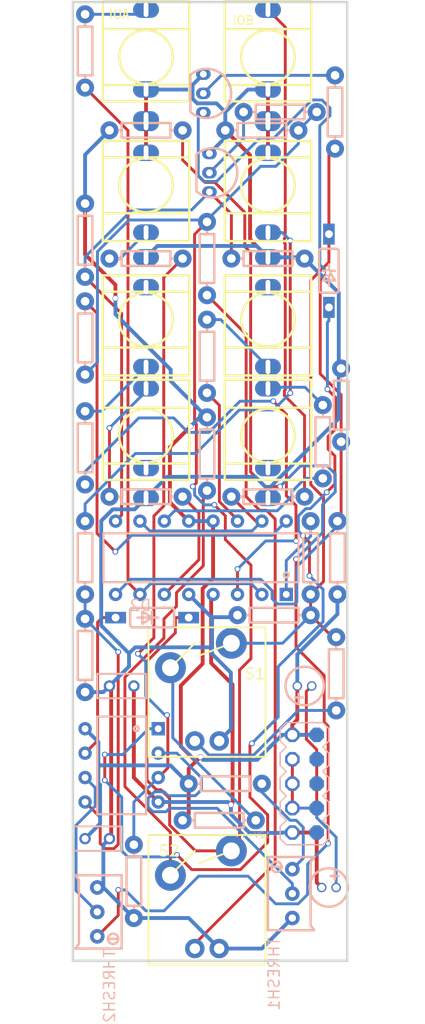
<source format=kicad_pcb>
(kicad_pcb (version 20171130) (host pcbnew "(5.1.5)-3") (page "A4") (layers (0 "F.Cu" signal) (31 "B.Cu" signal) (32 "B.Adhes" user) (33 "F.Adhes" user) (34 "B.Paste" user) (35 "F.Paste" user) (36 "B.SilkS" user) (37 "F.SilkS" user) (38 "B.Mask" user) (39 "F.Mask" user) (40 "Dwgs.User" user) (41 "Cmts.User" user) (42 "Eco1.User" user) (43 "Eco2.User" user) (44 "Edge.Cuts" user) (45 "Margin" user) (46 "B.CrtYd" user) (47 "F.CrtYd" user) (48 "B.Fab" user hide) (49 "F.Fab" user hide)) (net 0 "") (net 1 "-12V") (net 2 "12V") (net 3 "C7_2") (net 4 "GND") (net 5 "IC_1") (net 6 "IC_11") (net 7 "IC_14") (net 8 "IC_16") (net 9 "IC_3") (net 10 "IC_6") (net 11 "IC_8") (net 12 "IC_9") (net 13 "IOA") (net 14 "IOB") (net 15 "J1_3") (net 16 "J3_3") (net 17 "J5_3") (net 18 "J8_3") (net 19 "LED1") (net 20 "LED2") (net 21 "R12_2") (net 22 "R14_1") (net 23 "R15_2") (net 24 "R23_2") (net 25 "R25_2") (net 26 "R5_2") (net 27 "R7_1") (net 28 "R8_1") (net 29 "S2_S1") (net 30 "SW1") (net 31 "SW2") (net 32 "THRESH1_1") (net 33 "U2_1") (net 34 "U2_2") (net 35 "U2_5") (net 36 "U2_6") (net 37 "U2_7") (net 38 "U4_2") (segment (start 26.035 106.012) (end 27.531 106.012) (width 0.3) (layer "B.Cu") (net 25)) (segment (start 27.531 106.012) (end 28.358 106.838) (width 0.3) (layer "B.Cu") (net 25)) (segment (start 28.358 122.702) (end 26.603 124.457) (width 0.3) (layer "B.Cu") (net 25)) (segment (start 26.603 124.457) (end 23.048 124.457) (width 0.3) (layer "B.Cu") (net 25)) (segment (start 23.048 124.457) (end 18.523 128.982) (width 0.3) (layer "B.Cu") (net 25)) (segment (start 18.523 128.982) (end 12.223 128.982) (width 0.3) (layer "B.Cu") (net 25)) (segment (start 12.223 128.982) (end 6.985 134.22) (width 0.3) (layer "B.Cu") (net 25)) (segment (start 6.985 134.22) (end 6.985 136.017) (width 0.3) (layer "B.Cu") (net 25)) (segment (start 10.442 174.365) (end 11.138 174.365) (width 0.3) (layer "B.Cu") (net 24)) (segment (start 11.138 174.365) (end 13.315 176.542) (width 0.3) (layer "B.Cu") (net 24)) (segment (start 13.315 176.542) (end 15.211 176.542) (width 0.3) (layer "B.Cu") (net 24)) (segment (start 15.211 176.542) (end 18.816 172.937) (width 0.3) (layer "B.Cu") (net 24)) (segment (start 18.816 172.937) (end 23.963 172.937) (width 0.3) (layer "B.Cu") (net 24)) (segment (start 23.963 172.937) (end 26.842 175.816) (width 0.3) (layer "B.Cu") (net 24)) (segment (start 26.842 175.816) (end 29.187 175.816) (width 0.3) (layer "B.Cu") (net 24)) (segment (start 29.187 175.816) (end 30.167 174.836) (width 0.3) (layer "B.Cu") (net 24)) (segment (start 30.167 174.836) (end 30.167 171.683) (width 0.3) (layer "B.Cu") (net 24)) (segment (start 30.167 171.683) (end 32.301 169.549) (width 0.3) (layer "B.Cu") (net 24)) (segment (start 28.955 139.973) (end 31.722 137.206) (width 0.3) (layer "B.Cu") (net 24)) (segment (start 31.722 137.206) (end 31.722 134.305) (width 0.3) (layer "B.Cu") (net 24)) (segment (start 31.722 134.305) (end 33.043 132.983) (width 0.3) (layer "B.Cu") (net 24)) (segment (start 33.043 132.983) (end 33.043 131.109) (width 0.3) (layer "B.Cu") (net 24)) (segment (start 33.043 131.109) (end 32.215 130.281) (width 0.3) (layer "B.Cu") (net 24)) (segment (start 32.215 130.281) (end 29.43 130.281) (width 0.3) (layer "B.Cu") (net 24)) (segment (start 29.43 130.281) (end 27.295 132.416) (width 0.3) (layer "B.Cu") (net 24)) (segment (start 6.985 162.687) (end 8.037 163.739) (width 0.3) (layer "B.Cu") (net 36)) (segment (start 8.037 163.739) (end 8.037 165.654) (width 0.3) (layer "B.Cu") (net 36)) (segment (start 8.037 165.654) (end 6.042 167.649) (width 0.3) (layer "B.Cu") (net 36)) (segment (start 6.042 167.649) (end 6.042 174.444) (width 0.3) (layer "B.Cu") (net 36)) (segment (start 6.042 174.444) (end 8.255 176.657) (width 0.3) (layer "B.Cu") (net 36)) (segment (start 25.4 136.017) (end 24.382 137.035) (width 0.3) (layer "B.Cu") (net 14)) (segment (start 24.382 137.035) (end 13.718 137.035) (width 0.3) (layer "B.Cu") (net 14)) (segment (start 13.718 137.035) (end 12.7 136.017) (width 0.3) (layer "B.Cu") (net 14)) (segment (start 22.86 141.006) (end 25.788 138.078) (width 0.3) (layer "B.Cu") (net 9)) (segment (start 25.788 138.078) (end 28.955 138.078) (width 0.3) (layer "B.Cu") (net 9)) (segment (start 6.985 132.207) (end 6.985 130.876) (width 0.3) (layer "B.Cu") (net 9)) (segment (start 6.985 130.876) (end 12.574 125.287) (width 0.3) (layer "B.Cu") (net 9)) (segment (start 12.574 125.287) (end 16.21 125.287) (width 0.3) (layer "B.Cu") (net 9)) (segment (start 16.21 125.287) (end 17.711 126.788) (width 0.3) (layer "B.Cu") (net 9)) (segment (start 17.711 126.788) (end 19.887 126.788) (width 0.3) (layer "B.Cu") (net 9)) (segment (start 19.887 126.788) (end 23.13 123.545) (width 0.3) (layer "B.Cu") (net 9)) (segment (start 23.13 123.545) (end 26.589 123.545) (width 0.3) (layer "B.Cu") (net 9)) (segment (start 14.605 160.147) (end 16.543 160.147) (width 0.3) (layer "B.Cu") (net 34)) (segment (start 16.543 160.147) (end 19.107 162.711) (width 0.3) (layer "B.Cu") (net 34)) (segment (start 19.107 162.711) (end 19.107 163.952) (width 0.3) (layer "B.Cu") (net 34)) (segment (start 19.107 163.952) (end 18.486 164.572) (width 0.3) (layer "B.Cu") (net 34)) (segment (start 18.486 164.572) (end 15.631 164.572) (width 0.3) (layer "B.Cu") (net 34)) (segment (start 15.631 164.572) (end 15.208 164.15) (width 0.3) (layer "B.Cu") (net 34)) (segment (start 15.208 164.15) (end 14.228 164.15) (width 0.3) (layer "B.Cu") (net 34)) (segment (start 14.228 164.15) (end 13.541 164.837) (width 0.3) (layer "B.Cu") (net 34)) (segment (start 13.541 164.837) (end 13.541 165.736) (width 0.3) (layer "B.Cu") (net 34)) (segment (start 13.541 165.736) (end 14.041 166.236) (width 0.3) (layer "B.Cu") (net 34)) (segment (start 14.041 166.236) (end 15.422 166.236) (width 0.3) (layer "B.Cu") (net 34)) (segment (start 15.422 166.236) (end 15.777 165.882) (width 0.3) (layer "B.Cu") (net 34)) (segment (start 15.777 165.882) (end 20.74 165.882) (width 0.3) (layer "B.Cu") (net 34)) (segment (start 20.74 165.882) (end 28.575 173.716) (width 0.3) (layer "B.Cu") (net 34)) (segment (start 28.575 173.716) (end 28.575 174.752) (width 0.3) (layer "B.Cu") (net 34)) (segment (start 27.94 143.637) (end 27.94 140.123) (width 0.3) (layer "B.Cu") (net 5)) (segment (start 27.94 140.123) (end 30.48 137.583) (width 0.3) (layer "B.Cu") (net 5)) (segment (start 30.48 137.583) (end 30.48 136.017) (width 0.3) (layer "B.Cu") (net 5)) (segment (start 27.94 136.017) (end 26.47 137.487) (width 0.3) (layer "B.Cu") (net 8)) (segment (start 26.47 137.487) (end 11.841 137.487) (width 0.3) (layer "B.Cu") (net 8)) (segment (start 11.841 137.487) (end 10.132 139.196) (width 0.3) (layer "B.Cu") (net 8)) (segment (start 19.939 99.79) (end 23.495 96.234) (width 0.3) (layer "B.Cu") (net 38)) (segment (start 23.495 96.234) (end 23.495 93.472) (width 0.3) (layer "B.Cu") (net 38)) (segment (start 6.985 110.617) (end 6.985 108.544) (width 0.3) (layer "B.Cu") (net 12)) (segment (start 6.985 108.544) (end 11.869 103.66) (width 0.3) (layer "B.Cu") (net 12)) (segment (start 11.869 103.66) (end 18.069 103.66) (width 0.3) (layer "B.Cu") (net 12)) (segment (start 18.069 103.66) (end 19.939 101.79) (width 0.3) (layer "B.Cu") (net 12)) (segment (start 26.035 119.982) (end 21.115 115.062) (width 0.3) (layer "B.Cu") (net 18)) (segment (start 21.115 115.062) (end 19.685 115.062) (width 0.3) (layer "B.Cu") (net 18)) (segment (start 31.75 123.952) (end 29.894 122.096) (width 0.3) (layer "B.Cu") (net 23)) (segment (start 29.894 122.096) (end 26.147 122.096) (width 0.3) (layer "B.Cu") (net 23)) (segment (start 26.147 122.096) (end 26.035 122.207) (width 0.3) (layer "B.Cu") (net 23)) (segment (start 15.24 136.017) (end 16.314 134.943) (width 0.3) (layer "B.Cu") (net 6)) (segment (start 16.314 134.943) (end 27.006 134.943) (width 0.3) (layer "B.Cu") (net 6)) (segment (start 27.006 134.943) (end 28.528 133.422) (width 0.3) (layer "B.Cu") (net 6)) (segment (start 28.528 133.422) (end 28.528 132.953) (width 0.3) (layer "B.Cu") (net 6)) (segment (start 28.528 132.953) (end 29.908 131.572) (width 0.3) (layer "B.Cu") (net 6)) (segment (start 29.908 131.572) (end 31.75 131.572) (width 0.3) (layer "B.Cu") (net 6)) (segment (start 13.335 119.982) (end 8.73 124.587) (width 0.3) (layer "B.Cu") (net 21)) (segment (start 8.73 124.587) (end 6.985 124.587) (width 0.3) (layer "B.Cu") (net 21)) (segment (start 13.335 106.012) (end 10.635 108.712) (width 0.3) (layer "B.Cu") (net 15)) (segment (start 10.635 108.712) (end 9.525 108.712) (width 0.3) (layer "B.Cu") (net 15)) (segment (start 19.304 91.535) (end 21.177 89.662) (width 0.3) (layer "B.Cu") (net 27)) (segment (start 21.177 89.662) (end 33.02 89.662) (width 0.3) (layer "B.Cu") (net 27)) (segment (start 18.415 158.877) (end 19.873 160.335) (width 0.3) (layer "B.Cu") (net 19)) (segment (start 19.873 160.335) (end 24.557 160.335) (width 0.3) (layer "B.Cu") (net 19)) (segment (start 24.557 160.335) (end 29.19 155.702) (width 0.3) (layer "B.Cu") (net 19)) (segment (start 29.19 155.702) (end 33.147 155.702) (width 0.3) (layer "B.Cu") (net 19)) (segment (start 28.575 172.212) (end 29.715 171.072) (width 0.3) (layer "B.Cu") (net 32)) (segment (start 29.715 171.072) (end 29.715 167.865) (width 0.3) (layer "B.Cu") (net 32)) (segment (start 29.715 167.865) (end 28.978 167.128) (width 0.3) (layer "B.Cu") (net 32)) (segment (start 28.978 167.128) (end 28.327 167.128) (width 0.3) (layer "B.Cu") (net 32)) (segment (start 28.327 167.128) (end 25.4 164.2) (width 0.3) (layer "B.Cu") (net 32)) (segment (start 25.4 164.2) (end 25.4 163.322) (width 0.3) (layer "B.Cu") (net 32)) (segment (start 14.605 162.687) (end 12.065 165.227) (width 0.3) (layer "B.Cu") (net 28)) (segment (start 12.065 165.227) (end 12.065 169.672) (width 0.3) (layer "B.Cu") (net 28)) (segment (start 15.514 156.187) (end 15.305 156.187) (width 0.3) (layer "B.Cu") (net 28)) (segment (start 15.305 156.187) (end 13.3 154.182) (width 0.3) (layer "B.Cu") (net 28)) (segment (start 13.3 154.182) (end 13.3 150.618) (width 0.3) (layer "B.Cu") (net 28)) (segment (start 13.3 150.618) (end 12.488 149.807) (width 0.3) (layer "B.Cu") (net 28)) (segment (start 31.115 165.862) (end 28.575 165.862) (width 0.3) (layer "B.Cu") (net 3)) (segment (start 31.115 166.867) (end 33.136 168.887) (width 0.3) (layer "B.Cu") (net 3)) (segment (start 33.136 168.887) (end 33.136 174.117) (width 0.3) (layer "B.Cu") (net 3)) (segment (start 31.115 165.862) (end 31.115 166.867) (width 0.3) (layer "B.Cu") (net 3)) (segment (start 28.575 168.402) (end 27.511 168.402) (width 0.4) (layer "B.Cu") (net 1)) (segment (start 14.605 165.227) (end 21.903 165.227) (width 0.4) (layer "B.Cu") (net 1)) (segment (start 21.903 165.227) (end 22.179 165.503) (width 0.4) (layer "B.Cu") (net 1)) (segment (start 22.179 165.503) (end 22.179 166.505) (width 0.4) (layer "B.Cu") (net 1)) (segment (start 22.179 166.505) (end 24.116 168.442) (width 0.4) (layer "B.Cu") (net 1)) (segment (start 24.116 168.442) (end 27.47 168.442) (width 0.4) (layer "B.Cu") (net 1)) (segment (start 27.47 168.442) (end 27.511 168.402) (width 0.4) (layer "B.Cu") (net 1)) (segment (start 22.225 148.717) (end 27.559 148.717) (width 0.3) (layer "B.Cu") (net 30)) (segment (start 27.559 148.717) (end 30.48 145.796) (width 0.3) (layer "B.Cu") (net 30)) (segment (start 12.7 143.637) (end 13.814 142.523) (width 0.3) (layer "B.Cu") (net 13)) (segment (start 13.814 142.523) (end 24.286 142.523) (width 0.3) (layer "B.Cu") (net 13)) (segment (start 24.286 142.523) (end 25.4 143.637) (width 0.3) (layer "B.Cu") (net 13)) (segment (start 13.335 122.207) (end 13.335 122.517) (width 0.3) (layer "B.Cu") (net 17)) (segment (start 13.335 122.517) (end 9.525 126.327) (width 0.3) (layer "B.Cu") (net 17)) (segment (start 10.433 149.625) (end 6.985 146.177) (width 0.3) (layer "B.Cu") (net 35)) (segment (start 6.985 146.177) (end 6.985 143.637) (width 0.3) (layer "B.Cu") (net 35)) (segment (start 19.304 93.535) (end 18.775 94.064) (width 0.3) (layer "B.Cu") (net 11)) (segment (start 18.775 94.064) (end 18.775 100.132) (width 0.3) (layer "B.Cu") (net 11)) (segment (start 18.775 100.132) (end 19.335 100.692) (width 0.3) (layer "B.Cu") (net 11)) (segment (start 19.335 100.692) (end 20.686 100.692) (width 0.3) (layer "B.Cu") (net 11)) (segment (start 20.686 100.692) (end 25.21 96.167) (width 0.3) (layer "B.Cu") (net 11)) (segment (start 25.21 96.167) (end 26.664 96.167) (width 0.3) (layer "B.Cu") (net 11)) (segment (start 26.664 96.167) (end 30.609 92.222) (width 0.3) (layer "B.Cu") (net 11)) (segment (start 30.609 92.222) (end 31.663 92.222) (width 0.3) (layer "B.Cu") (net 11)) (segment (start 31.663 92.222) (end 32.498 93.057) (width 0.3) (layer "B.Cu") (net 11)) (segment (start 32.498 93.057) (end 32.498 93.846) (width 0.3) (layer "B.Cu") (net 11)) (segment (start 32.498 93.846) (end 31.437 94.907) (width 0.3) (layer "B.Cu") (net 11)) (segment (start 31.437 94.907) (end 31.437 109.342) (width 0.3) (layer "B.Cu") (net 11)) (segment (start 31.437 109.342) (end 32.27 110.176) (width 0.3) (layer "B.Cu") (net 11)) (segment (start 10.16 143.637) (end 11.732 142.065) (width 0.3) (layer "B.Cu") (net 11)) (segment (start 11.732 142.065) (end 25.28 142.065) (width 0.3) (layer "B.Cu") (net 11)) (segment (start 25.28 142.065) (end 26.468 143.254) (width 0.3) (layer "B.Cu") (net 11)) (segment (start 26.468 143.254) (end 26.468 144.079) (width 0.3) (layer "B.Cu") (net 11)) (segment (start 26.468 144.079) (end 27.027 144.638) (width 0.3) (layer "B.Cu") (net 11)) (segment (start 27.027 144.638) (end 28.81 144.638) (width 0.3) (layer "B.Cu") (net 11)) (segment (start 28.81 144.638) (end 29.045 144.403) (width 0.3) (layer "B.Cu") (net 11)) (segment (start 29.045 144.403) (end 29.045 140.755) (width 0.3) (layer "B.Cu") (net 11)) (segment (start 29.045 140.755) (end 33.274 136.527) (width 0.3) (layer "B.Cu") (net 11)) (segment (start 33.274 136.527) (end 33.274 136.017) (width 0.3) (layer "B.Cu") (net 11)) (segment (start 24.765 167.132) (end 24.699 167.132) (width 0.3) (layer "B.Cu") (net 26)) (segment (start 24.699 167.132) (end 16.121 158.554) (width 0.3) (layer "B.Cu") (net 26)) (segment (start 16.121 158.554) (end 16.121 151.503) (width 0.3) (layer "B.Cu") (net 26)) (segment (start 16.121 151.503) (end 15.875 151.257) (width 0.3) (layer "B.Cu") (net 26)) (segment (start 29.21 95.377) (end 31.115 93.472) (width 0.3) (layer "B.Cu") (net 31)) (segment (start 19.685 104.902) (end 19.685 104.711) (width 0.3) (layer "B.Cu") (net 31)) (segment (start 19.685 104.711) (end 25.274 99.122) (width 0.3) (layer "B.Cu") (net 31)) (segment (start 25.274 99.122) (end 26.859 99.122) (width 0.3) (layer "B.Cu") (net 31)) (segment (start 26.859 99.122) (end 29.21 96.771) (width 0.3) (layer "B.Cu") (net 31)) (segment (start 29.21 96.771) (end 29.21 95.377) (width 0.3) (layer "B.Cu") (net 31)) (segment (start 6.985 120.777) (end 8.274 119.488) (width 0.3) (layer "B.Cu") (net 31)) (segment (start 8.274 119.488) (end 8.274 107.988) (width 0.3) (layer "B.Cu") (net 31)) (segment (start 8.274 107.988) (end 11.558 104.704) (width 0.3) (layer "B.Cu") (net 31)) (segment (start 11.558 104.704) (end 19.487 104.704) (width 0.3) (layer "B.Cu") (net 31)) (segment (start 19.487 104.704) (end 19.685 104.902) (width 0.3) (layer "B.Cu") (net 31)) (segment (start 18.208 132.42) (end 18.393 132.604) (width 0.3) (layer "B.Cu") (net 31)) (segment (start 18.393 132.604) (end 18.393 133.314) (width 0.3) (layer "B.Cu") (net 31)) (segment (start 18.393 133.314) (end 19.406 134.327) (width 0.3) (layer "B.Cu") (net 31)) (segment (start 19.406 134.327) (end 20.453 134.327) (width 0.3) (layer "B.Cu") (net 31)) (segment (start 13.606 157.607) (end 10.919 160.293) (width 0.3) (layer "B.Cu") (net 33)) (segment (start 10.919 160.293) (end 9.037 160.293) (width 0.3) (layer "B.Cu") (net 33)) (segment (start 9.037 162.962) (end 10.804 164.729) (width 0.3) (layer "B.Cu") (net 33)) (segment (start 10.804 164.729) (end 10.804 170.306) (width 0.3) (layer "B.Cu") (net 33)) (segment (start 10.804 170.306) (end 11.429 170.932) (width 0.3) (layer "B.Cu") (net 33)) (segment (start 11.429 170.932) (end 16.346 170.932) (width 0.3) (layer "B.Cu") (net 33)) (segment (start 16.346 170.932) (end 16.56 170.718) (width 0.3) (layer "B.Cu") (net 33)) (segment (start 24.357 159.134) (end 27.102 156.388) (width 0.3) (layer "B.Cu") (net 33)) (segment (start 27.102 156.388) (end 27.102 151.139) (width 0.3) (layer "B.Cu") (net 33)) (segment (start 27.102 151.139) (end 31.779 146.462) (width 0.3) (layer "B.Cu") (net 33)) (segment (start 31.779 146.462) (end 31.779 143.121) (width 0.3) (layer "B.Cu") (net 33)) (segment (start 31.779 143.121) (end 30.362 141.704) (width 0.3) (layer "B.Cu") (net 33)) (segment (start 29.676 137.529) (end 29.207 137.061) (width 0.3) (layer "B.Cu") (net 33)) (segment (start 29.207 137.061) (end 29.207 135.481) (width 0.3) (layer "B.Cu") (net 33)) (segment (start 29.207 135.481) (end 29.969 134.719) (width 0.3) (layer "B.Cu") (net 33)) (segment (start 29.969 134.719) (end 30.449 134.719) (width 0.3) (layer "B.Cu") (net 33)) (segment (start 30.449 134.719) (end 32.15 133.018) (width 0.3) (layer "B.Cu") (net 33)) (segment (start 32.226 122.306) (end 32.226 115.342) (width 0.3) (layer "B.Cu") (net 33)) (segment (start 32.226 115.342) (end 32.385 115.184) (width 0.3) (layer "B.Cu") (net 33)) (segment (start 32.385 113.792) (end 32.385 115.184) (width 0.3) (layer "B.Cu") (net 33)) (segment (start 14.605 157.607) (end 13.606 157.607) (width 0.3) (layer "B.Cu") (net 33)) (segment (start 20.32 136.017) (end 17.78 136.017) (width 0.4) (layer "B.Cu") (net 2)) (segment (start 9.525 95.377) (end 6.985 97.917) (width 0.4) (layer "B.Cu") (net 2)) (segment (start 6.985 97.917) (end 6.985 102.997) (width 0.4) (layer "B.Cu") (net 2)) (segment (start 33.274 143.637) (end 33.274 145.689) (width 0.4) (layer "B.Cu") (net 2)) (segment (start 33.274 145.689) (end 29.094 149.868) (width 0.4) (layer "B.Cu") (net 2)) (segment (start 29.094 149.868) (end 29.094 153.162) (width 0.4) (layer "B.Cu") (net 2)) (segment (start 31.115 158.242) (end 28.575 158.242) (width 0.4) (layer "B.Cu") (net 2)) (segment (start 27.511 158.242) (end 24.907 160.846) (width 0.4) (layer "B.Cu") (net 2)) (segment (start 24.907 160.846) (end 19.276 160.846) (width 0.4) (layer "B.Cu") (net 2)) (segment (start 19.276 160.846) (end 18.98 160.55) (width 0.4) (layer "B.Cu") (net 2)) (segment (start 28.575 158.242) (end 27.511 158.242) (width 0.4) (layer "B.Cu") (net 2)) (segment (start 19.685 125.222) (end 15.907 121.444) (width 0.4) (layer "B.Cu") (net 2)) (segment (start 15.907 121.444) (end 15.907 120.265) (width 0.4) (layer "B.Cu") (net 2)) (segment (start 15.907 120.265) (end 10.146 114.504) (width 0.4) (layer "B.Cu") (net 2)) (segment (start 10.146 114.504) (end 10.146 112.846) (width 0.4) (layer "B.Cu") (net 2)) (segment (start 8.548 161.417) (end 15.875 161.417) (width 0.4) (layer "B.Cu") (net 2)) (segment (start 15.875 161.417) (end 17.78 163.322) (width 0.4) (layer "B.Cu") (net 2)) (segment (start 17.963 126.178) (end 18.919 125.222) (width 0.4) (layer "B.Cu") (net 2)) (segment (start 18.919 125.222) (end 19.685 125.222) (width 0.4) (layer "B.Cu") (net 2)) (segment (start 6.985 157.607) (end 8.371 158.993) (width 0.4) (layer "B.Cu") (net 2)) (segment (start 8.371 158.993) (end 8.371 161.24) (width 0.4) (layer "B.Cu") (net 2)) (segment (start 8.371 161.24) (end 8.548 161.417) (width 0.4) (layer "B.Cu") (net 2)) (segment (start 8.548 161.417) (end 8.371 161.594) (width 0.4) (layer "B.Cu") (net 2)) (segment (start 8.371 161.594) (end 8.371 163.238) (width 0.4) (layer "B.Cu") (net 2)) (segment (start 8.371 163.238) (end 8.548 163.414) (width 0.4) (layer "B.Cu") (net 2)) (segment (start 8.548 163.414) (end 8.548 167.474) (width 0.4) (layer "B.Cu") (net 2)) (segment (start 8.548 167.474) (end 6.985 169.037) (width 0.4) (layer "B.Cu") (net 2)) (segment (start 26.035 94.612) (end 26.035 94.237) (width 0.4) (layer "B.Cu") (net 4)) (segment (start 17.78 143.637) (end 20.151 146.008) (width 0.4) (layer "B.Cu") (net 4)) (segment (start 20.151 146.008) (end 20.214 146.008) (width 0.4) (layer "B.Cu") (net 4)) (segment (start 20.214 146.008) (end 22.648 146.008) (width 0.4) (layer "B.Cu") (net 4)) (segment (start 22.648 146.008) (end 22.86 145.796) (width 0.4) (layer "B.Cu") (net 4)) (segment (start 28.575 177.292) (end 25.4 180.467) (width 0.4) (layer "B.Cu") (net 4)) (segment (start 25.4 180.467) (end 20.955 180.467) (width 0.4) (layer "B.Cu") (net 4)) (segment (start 20.955 180.467) (end 17.78 177.292) (width 0.4) (layer "B.Cu") (net 4)) (segment (start 17.78 177.292) (end 12.065 177.292) (width 0.4) (layer "B.Cu") (net 4)) (segment (start 19.939 97.79) (end 21.59 96.139) (width 0.4) (layer "B.Cu") (net 4)) (segment (start 21.59 96.139) (end 21.59 95.377) (width 0.4) (layer "B.Cu") (net 4)) (segment (start 26.035 108.582) (end 29.715 108.582) (width 0.4) (layer "B.Cu") (net 4)) (segment (start 29.715 108.582) (end 29.845 108.712) (width 0.4) (layer "B.Cu") (net 4)) (segment (start 8.89 174.117) (end 8.89 169.672) (width 0.4) (layer "B.Cu") (net 4)) (segment (start 8.89 169.672) (end 9.525 169.037) (width 0.4) (layer "B.Cu") (net 4)) (segment (start 8.255 174.117) (end 8.89 174.117) (width 0.4) (layer "B.Cu") (net 4)) (segment (start 8.89 174.117) (end 12.065 177.292) (width 0.4) (layer "B.Cu") (net 4)) (segment (start 6.985 153.797) (end 8.89 153.797) (width 0.4) (layer "B.Cu") (net 4)) (segment (start 8.89 153.797) (end 9.525 153.162) (width 0.4) (layer "B.Cu") (net 4)) (segment (start 18.182 91.137) (end 13.335 91.137) (width 0.4) (layer "B.Cu") (net 4)) (segment (start 18.182 91.137) (end 18.182 90.657) (width 0.4) (layer "B.Cu") (net 4)) (segment (start 18.182 90.657) (end 19.304 89.535) (width 0.4) (layer "B.Cu") (net 4)) (segment (start 21.59 93.487) (end 20.677 92.575) (width 0.4) (layer "B.Cu") (net 4)) (segment (start 20.677 92.575) (end 18.666 92.575) (width 0.4) (layer "B.Cu") (net 4)) (segment (start 18.666 92.575) (end 18.182 92.09) (width 0.4) (layer "B.Cu") (net 4)) (segment (start 18.182 92.09) (end 18.182 91.137) (width 0.4) (layer "B.Cu") (net 4)) (segment (start 21.59 95.377) (end 21.59 93.487) (width 0.4) (layer "B.Cu") (net 4)) (segment (start 21.59 93.487) (end 23.94 91.137) (width 0.4) (layer "B.Cu") (net 4)) (segment (start 23.94 91.137) (end 26.035 91.137) (width 0.4) (layer "B.Cu") (net 4)) (segment (start 26.035 132.719) (end 26.035 133.607) (width 0.4) (layer "B.Cu") (net 4)) (segment (start 33.411 120.142) (end 33.655 120.142) (width 0.4) (layer "B.Cu") (net 4)) (segment (start 26.035 108.582) (end 24.855 107.402) (width 0.4) (layer "B.Cu") (net 4)) (segment (start 24.855 107.402) (end 14.515 107.402) (width 0.4) (layer "B.Cu") (net 4)) (segment (start 14.515 107.402) (end 13.335 108.582) (width 0.4) (layer "B.Cu") (net 4)) (segment (start 26.035 132.719) (end 24.727 131.411) (width 0.4) (layer "B.Cu") (net 4)) (segment (start 24.727 131.411) (end 15.531 131.411) (width 0.4) (layer "B.Cu") (net 4)) (segment (start 15.531 131.411) (end 13.335 133.607) (width 0.4) (layer "B.Cu") (net 4)) (segment (start 33.411 120.142) (end 33.411 125.343) (width 0.4) (layer "B.Cu") (net 4)) (segment (start 33.411 125.343) (end 26.035 132.719) (width 0.4) (layer "B.Cu") (net 4)) (segment (start 33.411 120.142) (end 33.411 112.278) (width 0.4) (layer "B.Cu") (net 4)) (segment (start 33.411 112.278) (end 29.845 108.712) (width 0.4) (layer "B.Cu") (net 4)) (segment (start 11.563 149.771) (end 11.563 151.124) (width 0.4) (layer "B.Cu") (net 4)) (segment (start 11.563 151.124) (end 9.525 153.162) (width 0.4) (layer "B.Cu") (net 4)) (segment (start 11.563 149.771) (end 8.664 146.872) (width 0.4) (layer "B.Cu") (net 4)) (segment (start 8.664 146.872) (end 8.664 135.995) (width 0.4) (layer "B.Cu") (net 4)) (segment (start 8.664 135.995) (end 9.867 134.792) (width 0.4) (layer "B.Cu") (net 4)) (segment (start 9.867 134.792) (end 12.15 134.792) (width 0.4) (layer "B.Cu") (net 4)) (segment (start 12.15 134.792) (end 13.335 133.607) (width 0.4) (layer "B.Cu") (net 4)) (segment (start 20.214 149.142) (end 12.193 149.142) (width 0.4) (layer "B.Cu") (net 4)) (segment (start 12.193 149.142) (end 11.563 149.771) (width 0.4) (layer "B.Cu") (net 4)) (segment (start 20.955 158.877) (end 22.172 157.66) (width 0.4) (layer "B.Cu") (net 4)) (segment (start 22.172 157.66) (end 22.172 151.782) (width 0.4) (layer "B.Cu") (net 4)) (segment (start 22.172 151.782) (end 20.214 149.823) (width 0.4) (layer "B.Cu") (net 4)) (segment (start 20.214 149.823) (end 20.214 149.142) (width 0.4) (layer "B.Cu") (net 4)) (segment (start 20.214 149.142) (end 20.214 146.008) (width 0.4) (layer "B.Cu") (net 4)) (segment (start 6.985 83.312) (end 12.86 83.312) (width 0.3) (layer "B.Cu") (net 16)) (segment (start 12.86 83.312) (end 13.335 82.837) (width 0.3) (layer "B.Cu") (net 16)) (gr_line (start 5.715 82.042) (end 34.29 82.042) (width 0.254) (layer "Edge.Cuts")) (gr_line (start 34.29 82.042) (end 34.29 181.737) (width 0.254) (layer "Edge.Cuts")) (gr_line (start 34.29 181.737) (end 5.715 181.737) (width 0.254) (layer "Edge.Cuts")) (gr_line (start 5.715 181.737) (end 5.715 82.042) (width 0.254) (layer "Edge.Cuts")) (segment (start 28.358 106.838) (end 28.358 122.702) (width 0.3) (layer "F.Cu") (net 25)) (segment (start 8.255 179.197) (end 10.442 177.01) (width 0.3) (layer "F.Cu") (net 24)) (segment (start 10.442 177.01) (end 10.442 174.365) (width 0.3) (layer "F.Cu") (net 24)) (segment (start 27.295 132.416) (end 25.739 132.416) (width 0.3) (layer "F.Cu") (net 24)) (segment (start 25.739 132.416) (end 24.233 130.91) (width 0.3) (layer "F.Cu") (net 24)) (segment (start 24.233 130.91) (end 24.233 108.081) (width 0.3) (layer "F.Cu") (net 24)) (segment (start 24.233 108.081) (end 23.622 107.47) (width 0.3) (layer "F.Cu") (net 24)) (segment (start 23.622 107.47) (end 23.622 103.912) (width 0.3) (layer "F.Cu") (net 24)) (segment (start 23.622 103.912) (end 20.5 100.79) (width 0.3) (layer "F.Cu") (net 24)) (segment (start 20.5 100.79) (end 19.479 100.79) (width 0.3) (layer "F.Cu") (net 24)) (segment (start 19.479 100.79) (end 17.145 98.456) (width 0.3) (layer "F.Cu") (net 24)) (segment (start 17.145 98.456) (end 17.145 95.377) (width 0.3) (layer "F.Cu") (net 24)) (segment (start 32.301 169.549) (end 32.301 157.324) (width 0.3) (layer "F.Cu") (net 24)) (segment (start 32.301 157.324) (end 31.89 156.912) (width 0.3) (layer "F.Cu") (net 24)) (segment (start 31.89 156.912) (end 31.89 152.064) (width 0.3) (layer "F.Cu") (net 24)) (segment (start 31.89 152.064) (end 28.955 149.13) (width 0.3) (layer "F.Cu") (net 24)) (segment (start 28.955 149.13) (end 28.955 139.973) (width 0.3) (layer "F.Cu") (net 24)) (segment (start 25.4 136.017) (end 24.765 136.017) (width 0.3) (layer "F.Cu") (net 14)) (segment (start 24.765 136.017) (end 22.225 133.477) (width 0.3) (layer "F.Cu") (net 14)) (segment (start 18.415 180.467) (end 18.415 179.976) (width 0.3) (layer "F.Cu") (net 20)) (segment (start 18.415 179.976) (end 26.785 171.605) (width 0.3) (layer "F.Cu") (net 20)) (segment (start 26.785 171.605) (end 26.785 135.803) (width 0.3) (layer "F.Cu") (net 20)) (segment (start 26.785 135.803) (end 25.874 134.892) (width 0.3) (layer "F.Cu") (net 20)) (segment (start 25.874 134.892) (end 25.179 134.892) (width 0.3) (layer "F.Cu") (net 20)) (segment (start 25.179 134.892) (end 23.762 133.476) (width 0.3) (layer "F.Cu") (net 20)) (segment (start 23.762 133.476) (end 23.762 116.599) (width 0.3) (layer "F.Cu") (net 20)) (segment (start 23.762 116.599) (end 19.685 112.522) (width 0.3) (layer "F.Cu") (net 20)) (segment (start 15.24 143.637) (end 18.843 140.034) (width 0.3) (layer "F.Cu") (net 10)) (segment (start 18.843 140.034) (end 18.843 135.175) (width 0.3) (layer "F.Cu") (net 10)) (segment (start 18.843 135.175) (end 17.145 133.477) (width 0.3) (layer "F.Cu") (net 10)) (segment (start 8.768 146.05) (end 8.291 146.528) (width 0.3) (layer "F.Cu") (net 37)) (segment (start 8.291 146.528) (end 8.291 158.841) (width 0.3) (layer "F.Cu") (net 37)) (segment (start 8.291 158.841) (end 6.985 160.147) (width 0.3) (layer "F.Cu") (net 37)) (segment (start 10.16 146.05) (end 8.768 146.05) (width 0.3) (layer "F.Cu") (net 37)) (segment (start 22.86 141.006) (end 22.86 143.637) (width 0.3) (layer "F.Cu") (net 9)) (segment (start 28.955 138.078) (end 28.955 134.385) (width 0.3) (layer "F.Cu") (net 9)) (segment (start 28.955 134.385) (end 27.955 133.385) (width 0.3) (layer "F.Cu") (net 9)) (segment (start 27.955 133.385) (end 27.955 124.911) (width 0.3) (layer "F.Cu") (net 9)) (segment (start 27.955 124.911) (end 26.589 123.545) (width 0.3) (layer "F.Cu") (net 9)) (segment (start 10.132 139.196) (end 8.229 137.294) (width 0.3) (layer "F.Cu") (net 8)) (segment (start 8.229 137.294) (end 8.229 114.401) (width 0.3) (layer "F.Cu") (net 8)) (segment (start 8.229 114.401) (end 6.985 113.157) (width 0.3) (layer "F.Cu") (net 8)) (segment (start 19.939 101.79) (end 22.225 104.076) (width 0.3) (layer "F.Cu") (net 12)) (segment (start 22.225 104.076) (end 22.225 108.712) (width 0.3) (layer "F.Cu") (net 12)) (segment (start 10.16 136.017) (end 10.791 135.386) (width 0.3) (layer "F.Cu") (net 12)) (segment (start 10.791 135.386) (end 10.791 114.423) (width 0.3) (layer "F.Cu") (net 12)) (segment (start 10.791 114.423) (end 6.985 110.617) (width 0.3) (layer "F.Cu") (net 12)) (segment (start 14.605 162.687) (end 15.606 161.686) (width 0.3) (layer "F.Cu") (net 28)) (segment (start 15.606 161.686) (end 15.606 156.279) (width 0.3) (layer "F.Cu") (net 28)) (segment (start 15.606 156.279) (end 15.514 156.187) (width 0.3) (layer "F.Cu") (net 28)) (segment (start 12.488 149.807) (end 14.152 148.143) (width 0.3) (layer "F.Cu") (net 28)) (segment (start 14.152 148.143) (end 14.152 135.481) (width 0.3) (layer "F.Cu") (net 28)) (segment (start 14.152 135.481) (end 15.181 134.452) (width 0.3) (layer "F.Cu") (net 28)) (segment (start 15.181 134.452) (end 15.181 110.676) (width 0.3) (layer "F.Cu") (net 28)) (segment (start 15.181 110.676) (end 17.145 108.712) (width 0.3) (layer "F.Cu") (net 28)) (segment (start 31.115 165.862) (end 31.115 163.322) (width 0.3) (layer "F.Cu") (net 3)) (segment (start 31.115 163.322) (end 31.115 160.782) (width 0.3) (layer "F.Cu") (net 3)) (segment (start 28.575 165.862) (end 28.575 163.322) (width 0.3) (layer "F.Cu") (net 3)) (segment (start 28.575 163.322) (end 28.575 160.782) (width 0.3) (layer "F.Cu") (net 3)) (segment (start 30.596 153.162) (end 30.033 153.725) (width 0.3) (layer "F.Cu") (net 3)) (segment (start 30.033 153.725) (end 30.033 158.695) (width 0.3) (layer "F.Cu") (net 3)) (segment (start 30.033 158.695) (end 31.115 159.777) (width 0.3) (layer "F.Cu") (net 3)) (segment (start 31.115 160.782) (end 31.115 159.777) (width 0.3) (layer "F.Cu") (net 3)) (segment (start 22.86 136.017) (end 22.86 135.876) (width 0.3) (layer "F.Cu") (net 7)) (segment (start 22.86 135.876) (end 20.975 133.99) (width 0.3) (layer "F.Cu") (net 7)) (segment (start 20.975 133.99) (end 20.975 123.972) (width 0.3) (layer "F.Cu") (net 7)) (segment (start 20.975 123.972) (end 19.685 122.682) (width 0.3) (layer "F.Cu") (net 7)) (segment (start 15.875 172.847) (end 15.875 168.365) (width 0.3) (layer "F.Cu") (net 29)) (segment (start 15.875 168.365) (end 11.135 163.625) (width 0.3) (layer "F.Cu") (net 29)) (segment (start 11.135 163.625) (end 11.135 152.248) (width 0.3) (layer "F.Cu") (net 29)) (segment (start 11.135 152.248) (end 15.2 148.182) (width 0.3) (layer "F.Cu") (net 29)) (segment (start 15.2 148.182) (end 15.2 146.182) (width 0.3) (layer "F.Cu") (net 29)) (segment (start 15.2 146.182) (end 16.506 144.877) (width 0.3) (layer "F.Cu") (net 29)) (segment (start 16.506 144.877) (end 16.506 143.459) (width 0.3) (layer "F.Cu") (net 29)) (segment (start 16.506 143.459) (end 19.296 140.669) (width 0.3) (layer "F.Cu") (net 29)) (segment (start 19.296 140.669) (end 19.296 133.231) (width 0.3) (layer "F.Cu") (net 29)) (segment (start 19.296 133.231) (end 19.685 132.842) (width 0.3) (layer "F.Cu") (net 29)) (segment (start 31.115 168.402) (end 31.115 173.598) (width 0.4) (layer "F.Cu") (net 1)) (segment (start 31.115 173.598) (end 31.634 174.117) (width 0.4) (layer "F.Cu") (net 1)) (segment (start 28.575 168.402) (end 31.115 168.402) (width 0.4) (layer "F.Cu") (net 1)) (segment (start 22.179 165.503) (end 22.349 165.333) (width 0.4) (layer "F.Cu") (net 1)) (segment (start 22.349 165.333) (end 22.349 153.012) (width 0.4) (layer "F.Cu") (net 1)) (segment (start 22.349 153.012) (end 20.117 150.779) (width 0.4) (layer "F.Cu") (net 1)) (segment (start 20.117 150.779) (end 20.117 143.84) (width 0.4) (layer "F.Cu") (net 1)) (segment (start 20.117 143.84) (end 20.32 143.637) (width 0.4) (layer "F.Cu") (net 1)) (segment (start 14.605 165.227) (end 12.065 162.687) (width 0.4) (layer "F.Cu") (net 1)) (segment (start 12.065 162.687) (end 12.065 153.162) (width 0.4) (layer "F.Cu") (net 1)) (segment (start 33.02 97.282) (end 32.385 97.917) (width 0.3) (layer "F.Cu") (net 30)) (segment (start 32.385 97.917) (end 32.385 106.172) (width 0.3) (layer "F.Cu") (net 30)) (segment (start 33.147 148.082) (end 32.766 148.082) (width 0.3) (layer "F.Cu") (net 30)) (segment (start 32.766 148.082) (end 30.48 145.796) (width 0.3) (layer "F.Cu") (net 30)) (segment (start 30.48 145.796) (end 30.48 143.637) (width 0.3) (layer "F.Cu") (net 30)) (segment (start 30.48 143.637) (end 31.824 142.293) (width 0.3) (layer "F.Cu") (net 30)) (segment (start 31.824 142.293) (end 31.824 133.551) (width 0.3) (layer "F.Cu") (net 30)) (segment (start 31.824 133.551) (end 30.498 132.225) (width 0.3) (layer "F.Cu") (net 30)) (segment (start 30.498 132.225) (end 30.498 110.978) (width 0.3) (layer "F.Cu") (net 30)) (segment (start 30.498 110.978) (end 32.385 109.091) (width 0.3) (layer "F.Cu") (net 30)) (segment (start 32.385 109.091) (end 32.385 106.172) (width 0.3) (layer "F.Cu") (net 30)) (segment (start 12.7 143.637) (end 11.453 142.39) (width 0.3) (layer "F.Cu") (net 13)) (segment (start 11.453 142.39) (end 11.453 95.4) (width 0.3) (layer "F.Cu") (net 13)) (segment (start 11.453 95.4) (end 6.985 90.932) (width 0.3) (layer "F.Cu") (net 13)) (segment (start 9.525 126.327) (end 9.525 133.477) (width 0.3) (layer "F.Cu") (net 17)) (segment (start 6.985 165.227) (end 8.561 166.803) (width 0.3) (layer "F.Cu") (net 35)) (segment (start 8.561 166.803) (end 8.561 169.531) (width 0.3) (layer "F.Cu") (net 35)) (segment (start 8.561 169.531) (end 9.105 170.075) (width 0.3) (layer "F.Cu") (net 35)) (segment (start 9.105 170.075) (end 9.99 170.075) (width 0.3) (layer "F.Cu") (net 35)) (segment (start 9.99 170.075) (end 10.433 169.633) (width 0.3) (layer "F.Cu") (net 35)) (segment (start 10.433 169.633) (end 10.433 149.625) (width 0.3) (layer "F.Cu") (net 35)) (segment (start 33.274 136.017) (end 33.655 135.636) (width 0.3) (layer "F.Cu") (net 11)) (segment (start 33.655 135.636) (end 33.655 127.762) (width 0.3) (layer "F.Cu") (net 11)) (segment (start 33.655 127.762) (end 33.655 122.876) (width 0.3) (layer "F.Cu") (net 11)) (segment (start 33.655 122.876) (end 31.477 120.698) (width 0.3) (layer "F.Cu") (net 11)) (segment (start 31.477 120.698) (end 31.477 110.97) (width 0.3) (layer "F.Cu") (net 11)) (segment (start 31.477 110.97) (end 32.27 110.176) (width 0.3) (layer "F.Cu") (net 11)) (segment (start 17.78 146.05) (end 16.388 146.05) (width 0.3) (layer "F.Cu") (net 31)) (segment (start 22.225 170.307) (end 23.075 169.457) (width 0.3) (layer "F.Cu") (net 31)) (segment (start 23.075 169.457) (end 23.075 151.501) (width 0.3) (layer "F.Cu") (net 31)) (segment (start 23.075 151.501) (end 24.265 150.311) (width 0.3) (layer "F.Cu") (net 31)) (segment (start 24.265 150.311) (end 24.265 140.6) (width 0.3) (layer "F.Cu") (net 31)) (segment (start 24.265 140.6) (end 21.594 137.93) (width 0.3) (layer "F.Cu") (net 31)) (segment (start 21.594 137.93) (end 21.594 135.468) (width 0.3) (layer "F.Cu") (net 31)) (segment (start 21.594 135.468) (end 20.453 134.327) (width 0.3) (layer "F.Cu") (net 31)) (segment (start 18.208 132.42) (end 18.574 132.054) (width 0.3) (layer "F.Cu") (net 31)) (segment (start 18.574 132.054) (end 18.574 125.925) (width 0.3) (layer "F.Cu") (net 31)) (segment (start 18.574 125.925) (end 18.391 125.742) (width 0.3) (layer "F.Cu") (net 31)) (segment (start 18.391 125.742) (end 18.391 106.196) (width 0.3) (layer "F.Cu") (net 31)) (segment (start 18.391 106.196) (end 19.685 104.902) (width 0.3) (layer "F.Cu") (net 31)) (segment (start 22.225 170.307) (end 18.481 170.307) (width 0.3) (layer "F.Cu") (net 31)) (segment (start 18.481 170.307) (end 15.793 167.62) (width 0.3) (layer "F.Cu") (net 31)) (segment (start 15.793 167.62) (end 15.793 164.858) (width 0.3) (layer "F.Cu") (net 31)) (segment (start 15.793 164.858) (end 14.888 163.953) (width 0.3) (layer "F.Cu") (net 31)) (segment (start 14.888 163.953) (end 14.412 163.953) (width 0.3) (layer "F.Cu") (net 31)) (segment (start 14.412 163.953) (end 13.432 162.972) (width 0.3) (layer "F.Cu") (net 31)) (segment (start 13.432 162.972) (end 13.432 150.591) (width 0.3) (layer "F.Cu") (net 31)) (segment (start 13.432 150.591) (end 16.388 147.634) (width 0.3) (layer "F.Cu") (net 31)) (segment (start 16.388 147.634) (end 16.388 146.05) (width 0.3) (layer "F.Cu") (net 31)) (segment (start 9.037 160.293) (end 9.037 162.962) (width 0.3) (layer "F.Cu") (net 33)) (segment (start 16.56 170.718) (end 18.098 172.256) (width 0.3) (layer "F.Cu") (net 33)) (segment (start 18.098 172.256) (end 23.165 172.256) (width 0.3) (layer "F.Cu") (net 33)) (segment (start 23.165 172.256) (end 26.007 169.415) (width 0.3) (layer "F.Cu") (net 33)) (segment (start 26.007 169.415) (end 26.007 166.572) (width 0.3) (layer "F.Cu") (net 33)) (segment (start 26.007 166.572) (end 24.158 164.724) (width 0.3) (layer "F.Cu") (net 33)) (segment (start 24.158 164.724) (end 24.158 159.332) (width 0.3) (layer "F.Cu") (net 33)) (segment (start 24.158 159.332) (end 24.357 159.134) (width 0.3) (layer "F.Cu") (net 33)) (segment (start 30.362 141.704) (end 30.362 138.216) (width 0.3) (layer "F.Cu") (net 33)) (segment (start 30.362 138.216) (end 29.676 137.529) (width 0.3) (layer "F.Cu") (net 33)) (segment (start 32.15 133.018) (end 33.006 132.163) (width 0.3) (layer "F.Cu") (net 33)) (segment (start 33.006 132.163) (end 33.006 129.238) (width 0.3) (layer "F.Cu") (net 33)) (segment (start 33.006 129.238) (end 32.301 128.533) (width 0.3) (layer "F.Cu") (net 33)) (segment (start 32.301 128.533) (end 32.301 127.211) (width 0.3) (layer "F.Cu") (net 33)) (segment (start 32.301 127.211) (end 33.06 126.452) (width 0.3) (layer "F.Cu") (net 33)) (segment (start 33.06 126.452) (end 33.06 123.139) (width 0.3) (layer "F.Cu") (net 33)) (segment (start 33.06 123.139) (end 32.226 122.306) (width 0.3) (layer "F.Cu") (net 33)) (segment (start 17.145 167.132) (end 17.78 166.497) (width 0.4) (layer "F.Cu") (net 2)) (segment (start 17.78 166.497) (end 17.78 163.322) (width 0.4) (layer "F.Cu") (net 2)) (segment (start 28.575 158.242) (end 28.575 157.178) (width 0.4) (layer "F.Cu") (net 2)) (segment (start 18.53 161) (end 16.959 159.429) (width 0.4) (layer "F.Cu") (net 2)) (segment (start 16.959 159.429) (end 16.959 153.122) (width 0.4) (layer "F.Cu") (net 2)) (segment (start 16.959 153.122) (end 19.231 150.85) (width 0.4) (layer "F.Cu") (net 2)) (segment (start 19.231 150.85) (end 19.231 143.028) (width 0.4) (layer "F.Cu") (net 2)) (segment (start 19.231 143.028) (end 20.32 141.939) (width 0.4) (layer "F.Cu") (net 2)) (segment (start 20.32 141.939) (end 20.32 136.017) (width 0.4) (layer "F.Cu") (net 2)) (segment (start 18.98 160.55) (end 18.53 161) (width 0.4) (layer "F.Cu") (net 2)) (segment (start 18.53 161) (end 17.78 161.75) (width 0.4) (layer "F.Cu") (net 2)) (segment (start 17.78 161.75) (end 17.78 163.322) (width 0.4) (layer "F.Cu") (net 2)) (segment (start 6.985 102.997) (end 6.985 108.287) (width 0.4) (layer "F.Cu") (net 2)) (segment (start 6.985 108.287) (end 10.146 111.448) (width 0.4) (layer "F.Cu") (net 2)) (segment (start 10.146 111.448) (end 10.146 112.846) (width 0.4) (layer "F.Cu") (net 2)) (segment (start 28.575 157.178) (end 29.094 156.658) (width 0.4) (layer "F.Cu") (net 2)) (segment (start 29.094 156.658) (end 29.094 153.162) (width 0.4) (layer "F.Cu") (net 2)) (segment (start 17.78 136.017) (end 15.822 134.059) (width 0.4) (layer "F.Cu") (net 2)) (segment (start 15.822 134.059) (end 15.822 128.319) (width 0.4) (layer "F.Cu") (net 2)) (segment (start 15.822 128.319) (end 17.963 126.178) (width 0.4) (layer "F.Cu") (net 2)) (segment (start 26.035 82.837) (end 27.837 84.639) (width 0.3) (layer "F.Cu") (net 22)) (segment (start 27.837 84.639) (end 27.837 106.5) (width 0.3) (layer "F.Cu") (net 22)) (segment (start 27.837 106.5) (end 27.751 106.587) (width 0.3) (layer "F.Cu") (net 22)) (segment (start 27.751 106.587) (end 27.751 107.089) (width 0.3) (layer "F.Cu") (net 22)) (segment (start 27.751 107.089) (end 27.837 107.176) (width 0.3) (layer "F.Cu") (net 22)) (segment (start 27.837 107.176) (end 27.837 122.364) (width 0.3) (layer "F.Cu") (net 22)) (segment (start 27.837 122.364) (end 27.751 122.451) (width 0.3) (layer "F.Cu") (net 22)) (segment (start 27.751 122.451) (end 27.751 122.954) (width 0.3) (layer "F.Cu") (net 22)) (segment (start 27.751 122.954) (end 29.845 125.048) (width 0.3) (layer "F.Cu") (net 22)) (segment (start 29.845 125.048) (end 29.845 133.477) (width 0.3) (layer "F.Cu") (net 22)) (segment (start 26.035 97.712) (end 26.035 94.612) (width 0.4) (layer "F.Cu") (net 4)) (segment (start 13.335 97.712) (end 13.335 94.612) (width 0.4) (layer "F.Cu") (net 4)) (segment (start 26.035 94.237) (end 26.035 91.137) (width 0.4) (layer "F.Cu") (net 4)) (segment (start 13.335 94.612) (end 13.335 94.237) (width 0.4) (layer "F.Cu") (net 4)) (segment (start 13.335 94.237) (end 13.335 91.137) (width 0.4) (layer "F.Cu") (net 4)) (segment (start 26.035 108.582) (end 24.172 106.719) (width 0.4) (layer "F.Cu") (net 4)) (segment (start 24.172 106.719) (end 24.172 97.959) (width 0.4) (layer "F.Cu") (net 4)) (segment (start 24.172 97.959) (end 21.59 95.377) (width 0.4) (layer "F.Cu") (net 4)) (segment (start 9.525 169.037) (end 9.702 168.86) (width 0.4) (layer "F.Cu") (net 4)) (segment (start 9.702 168.86) (end 9.702 153.339) (width 0.4) (layer "F.Cu") (net 4)) (segment (start 9.702 153.339) (end 9.525 153.162) (width 0.4) (layer "F.Cu") (net 4)) (gr_line (start 8.835 84.852) (end 17.835 84.852) (width 0.254) (layer "F.SilkS")) (gr_line (start 17.835 84.852) (end 17.835 92.362) (width 0.254) (layer "F.SilkS")) (gr_line (start 17.835 92.362) (end 8.835 92.362) (width 0.254) (layer "F.SilkS")) (gr_line (start 8.835 92.362) (end 8.835 84.852) (width 0.254) (layer "F.SilkS")) (gr_line (start 21.535 84.852) (end 30.535 84.852) (width 0.254) (layer "F.SilkS")) (gr_line (start 30.535 84.852) (end 30.535 92.362) (width 0.254) (layer "F.SilkS")) (gr_line (start 30.535 92.362) (end 21.535 92.362) (width 0.254) (layer "F.SilkS")) (gr_line (start 21.535 92.362) (end 21.535 84.852) (width 0.254) (layer "F.SilkS")) (gr_line (start 21.535 81.952) (end 30.535 81.952) (width 0.254) (layer "F.SilkS")) (gr_line (start 30.535 81.952) (end 30.535 90.662) (width 0.254) (layer "F.SilkS")) (gr_line (start 30.535 90.662) (end 21.535 90.662) (width 0.254) (layer "F.SilkS")) (gr_line (start 21.535 90.662) (end 21.535 81.952) (width 0.254) (layer "F.SilkS")) (gr_line (start 8.835 81.952) (end 17.835 81.952) (width 0.254) (layer "F.SilkS")) (gr_line (start 17.835 81.952) (end 17.835 90.662) (width 0.254) (layer "F.SilkS")) (gr_line (start 17.835 90.662) (end 8.835 90.662) (width 0.254) (layer "F.SilkS")) (gr_line (start 8.835 90.662) (end 8.835 81.952) (width 0.254) (layer "F.SilkS")) (gr_arc (start 13.335 87.757) (end 10.541 87.757) (angle 180) (width 0.254) (layer "F.SilkS")) (gr_arc (start 26.035 87.757) (end 23.241 87.757) (angle 180) (width 0.254) (layer "F.SilkS")) (gr_arc (start 26.035 87.757) (end 28.829 87.757) (angle 180) (width 0.254) (layer "F.SilkS")) (gr_arc (start 13.335 87.757) (end 16.129 87.757) (angle 180) (width 0.254) (layer "F.SilkS")) (gr_text "IOB" (at 22.225 83.947 0) (layer "F.SilkS") (effects (font (size 0.9 0.9) (thickness 0.152)) (justify left))) (gr_text "IOA" (at 9.359 83.312 0) (layer "F.SilkS") (effects (font (size 0.9 0.9) (thickness 0.152)) (justify left))) (module "easyeda:RAD-0.1" (layer "F.Cu") (at 8.255 169.037 180) (fp_line (start -2.537 -1.267) (end 2.543 -1.267) (width 0.201) (layer "B.SilkS")) (fp_line (start 2.543 -1.267) (end 2.543 1.273) (width 0.201) (layer "B.SilkS")) (fp_line (start 2.543 1.273) (end -2.537 1.273) (width 0.201) (layer "B.SilkS")) (fp_line (start -2.537 1.273) (end -2.537 -1.267) (width 0.201) (layer "B.SilkS")) (fp_text value "100n" (at -1.41 -3.122 0) (layer "B.Fab") (effects (font (size 1.143 1.143) (thickness 0.152)) (justify left mirror))) (fp_text reference "C1" (at 0.229 -1.854 180) (layer "B.SilkS") hide (effects (font (size 1.143 1.143) (thickness 0.152)) (justify left mirror))) (pad 1 thru_hole circle (at 1.27 0 180) (size 1.194 1.194) (layers "*.Cu" "*.Paste" "*.Mask") (drill 0.711) (net 2 "12V")) (pad 2 thru_hole circle (at -1.27 0 180) (size 1.194 1.194) (layers "*.Cu" "*.Paste" "*.Mask") (drill 0.711) (net 4 "GND")) (fp_text user gge0323a9940e9bb409 (at 0 0) (layer "Cmts.User") (effects (font (size 1 1) (thickness 0.15))))) (module "easyeda:RAD-0.1" (layer "F.Cu") (at 10.795 153.162) (fp_line (start -2.537 -1.267) (end 2.543 -1.267) (width 0.201) (layer "B.SilkS")) (fp_line (start 2.543 -1.267) (end 2.543 1.273) (width 0.201) (layer "B.SilkS")) (fp_line (start 2.543 1.273) (end -2.537 1.273) (width 0.201) (layer "B.SilkS")) (fp_line (start -2.537 1.273) (end -2.537 -1.267) (width 0.201) (layer "B.SilkS")) (fp_text value "100n" (at 1.905 -1.27 0) (layer "B.Fab") (effects (font (size 1.143 1.143) (thickness 0.152)) (justify left mirror))) (fp_text reference "C6" (at 0.229 -1.854 0) (layer "B.SilkS") hide (effects (font (size 1.143 1.143) (thickness 0.152)) (justify left mirror))) (pad 1 thru_hole circle (at 1.27 0 0) (size 1.194 1.194) (layers "*.Cu" "*.Paste" "*.Mask") (drill 0.711) (net 1 "-12V")) (pad 2 thru_hole circle (at -1.27 0 0) (size 1.194 1.194) (layers "*.Cu" "*.Paste" "*.Mask") (drill 0.711) (net 4 "GND")) (fp_text user gge573e185a7bef93b4 (at 0 0) (layer "Cmts.User") (effects (font (size 1 1) (thickness 0.15))))) (module "easyeda:CAP-D4.0×F1.5" (layer "F.Cu") (at 32.385 174.117) (fp_text value "10u" (at 1.27 3.81 0) (layer "B.Fab") (effects (font (size 1.143 1.143) (thickness 0.152)) (justify left mirror))) (fp_text reference "C5" (at 0.095 -2.2 0) (layer "B.SilkS") hide (effects (font (size 1.143 1.143) (thickness 0.152)) (justify left mirror))) (fp_line (start 0.203 -1.196) (end 1.003 -1.196) (width 0.254) (layer "B.SilkS")) (fp_line (start 0.609 -0.815) (end 0.609 -1.615) (width 0.254) (layer "B.SilkS")) (fp_arc (start -0.015 0.001) (end 0.001 -1.999) (angle 359.054) (width 0.254) (layer "B.SilkS")) (pad 2 thru_hole circle (at -0.751 0 -90) (size 1 1) (layers "*.Cu" "*.Paste" "*.Mask") (drill 0.7) (net 1 "-12V")) (pad 1 thru_hole circle (at 0.751 0 -90) (size 1 1) (layers "*.Cu" "*.Paste" "*.Mask") (drill 0.7) (net 3 "C7_2")) (fp_text user gged3a32a70cde6de7e (at 0 0) (layer "Cmts.User") (effects (font (size 1 1) (thickness 0.15))))) (module "easyeda:CAP-D4.0×F1.5" (layer "F.Cu") (at 29.845 153.162 180) (fp_text value "10u" (at -0.635 -3.175 0) (layer "B.Fab") (effects (font (size 1.143 1.143) (thickness 0.152)) (justify left mirror))) (fp_text reference "C7" (at 0.095 -2.2 180) (layer "B.SilkS") hide (effects (font (size 1.143 1.143) (thickness 0.152)) (justify left mirror))) (fp_line (start 0.203 -1.196) (end 1.003 -1.196) (width 0.254) (layer "B.SilkS")) (fp_line (start 0.609 -0.815) (end 0.609 -1.615) (width 0.254) (layer "B.SilkS")) (fp_arc (start -0.015 0.001) (end 0.001 -1.999) (angle 359.054) (width 0.254) (layer "B.SilkS")) (pad 2 thru_hole circle (at -0.751 0 90) (size 1 1) (layers "*.Cu" "*.Paste" "*.Mask") (drill 0.7) (net 3 "C7_2")) (pad 1 thru_hole circle (at 0.751 0 90) (size 1 1) (layers "*.Cu" "*.Paste" "*.Mask") (drill 0.7) (net 2 "12V")) (fp_text user ggeac9320446869e8bb (at 0 0) (layer "Cmts.User") (effects (font (size 1 1) (thickness 0.15))))) (module "easyeda:DO35-7" (layer "F.Cu") (at 32.385 109.982 90) (fp_arc (start 2.032 0.762) (end 2.286 0.762) (angle 90) (width 0.254) (layer "B.SilkS")) (fp_line (start -3.81 0) (end -2.921 0) (width 0.508) (layer "Cmts.User")) (fp_line (start 3.81 0) (end 2.921 0) (width 0.508) (layer "Cmts.User")) (fp_text value "1n4148" (at 2.54 -1.27 90) (layer "B.Fab") (effects (font (size 1.143 1.143) (thickness 0.152)) (justify left mirror))) (fp_text reference "D1" (at 1.905 0.635 90) (layer "B.SilkS") hide (effects (font (size 1.143 1.143) (thickness 0.152)) (justify left mirror))) (fp_line (start 0.635 0) (end 0 0) (width 0.254) (layer "B.SilkS")) (fp_line (start -1.016 -0.635) (end -1.016 0.635) (width 0.254) (layer "B.SilkS")) (fp_line (start -1.016 0.635) (end 0 0) (width 0.254) (layer "B.SilkS")) (fp_line (start 0 0) (end -1.524 0) (width 0.254) (layer "B.SilkS")) (fp_line (start 0 0) (end -1.016 -0.635) (width 0.254) (layer "B.SilkS")) (fp_line (start 0 -0.635) (end 0 0) (width 0.254) (layer "B.SilkS")) (fp_line (start 0 0) (end 0 0.635) (width 0.254) (layer "B.SilkS")) (fp_line (start -2.286 -0.762) (end -2.286 0.762) (width 0.254) (layer "B.SilkS")) (fp_line (start 2.032 1.016) (end -2.032 1.016) (width 0.254) (layer "B.SilkS")) (fp_line (start 2.286 -0.762) (end 2.286 0.762) (width 0.254) (layer "B.SilkS")) (fp_line (start 2.032 -1.016) (end -2.032 -1.016) (width 0.254) (layer "B.SilkS")) (fp_arc (start -2.032 -0.762) (end -2.286 -0.762) (angle 90) (width 0.254) (layer "B.SilkS")) (fp_arc (start -2.032 0.762) (end -2.032 1.016) (angle 90) (width 0.254) (layer "B.SilkS")) (fp_arc (start 2.032 -0.762) (end 2.032 -1.016) (angle 90) (width 0.254) (layer "B.SilkS")) (pad "C" thru_hole rect (at 3.81 0 90) (size 2.182 1.212) (layers "*.Cu" "*.Paste" "*.Mask") (drill 0.813) (net 30 "SW1")) (pad "A" thru_hole rect (at -3.81 0 90) (size 2.182 1.212) (layers "*.Cu" "*.Paste" "*.Mask") (drill 0.813) (net 33 "U2_1")) (fp_text user ggeb83976912eabd148 (at 0 0) (layer "Cmts.User") (effects (font (size 1 1) (thickness 0.15))))) (module "easyeda:DO35-7" (layer "F.Cu") (at 13.97 146.05) (fp_arc (start 2.032 0.762) (end 2.286 0.762) (angle 90) (width 0.254) (layer "B.SilkS")) (fp_line (start -3.81 0) (end -2.921 0) (width 0.508) (layer "Cmts.User")) (fp_line (start 3.81 0) (end 2.921 0) (width 0.508) (layer "Cmts.User")) (fp_text value "1n4148" (at 0 -3.048 0) (layer "B.Fab") hide (effects (font (size 1.143 1.143) (thickness 0.152)) (justify left mirror))) (fp_text reference "D2" (at 0 -1.27 0) (layer "B.SilkS") (effects (font (size 1.143 1.143) (thickness 0.152)) (justify left mirror))) (fp_line (start 0.635 0) (end 0 0) (width 0.254) (layer "B.SilkS")) (fp_line (start -1.016 -0.635) (end -1.016 0.635) (width 0.254) (layer "B.SilkS")) (fp_line (start -1.016 0.635) (end 0 0) (width 0.254) (layer "B.SilkS")) (fp_line (start 0 0) (end -1.524 0) (width 0.254) (layer "B.SilkS")) (fp_line (start 0 0) (end -1.016 -0.635) (width 0.254) (layer "B.SilkS")) (fp_line (start 0 -0.635) (end 0 0) (width 0.254) (layer "B.SilkS")) (fp_line (start 0 0) (end 0 0.635) (width 0.254) (layer "B.SilkS")) (fp_line (start -2.286 -0.762) (end -2.286 0.762) (width 0.254) (layer "B.SilkS")) (fp_line (start 2.032 1.016) (end -2.032 1.016) (width 0.254) (layer "B.SilkS")) (fp_line (start 2.286 -0.762) (end 2.286 0.762) (width 0.254) (layer "B.SilkS")) (fp_line (start 2.032 -1.016) (end -2.032 -1.016) (width 0.254) (layer "B.SilkS")) (fp_arc (start -2.032 -0.762) (end -2.286 -0.762) (angle 90) (width 0.254) (layer "B.SilkS")) (fp_arc (start -2.032 0.762) (end -2.032 1.016) (angle 90) (width 0.254) (layer "B.SilkS")) (fp_arc (start 2.032 -0.762) (end 2.032 -1.016) (angle 90) (width 0.254) (layer "B.SilkS")) (pad "C" thru_hole rect (at 3.81 0 0) (size 2.182 1.212) (layers "*.Cu" "*.Paste" "*.Mask") (drill 0.813) (net 31 "SW2")) (pad "A" thru_hole rect (at -3.81 0 0) (size 2.182 1.212) (layers "*.Cu" "*.Paste" "*.Mask") (drill 0.813) (net 37 "U2_7")) (fp_text user ggeadc03835749fb862 (at 0 0) (layer "Cmts.User") (effects (font (size 1 1) (thickness 0.15))))) (module "easyeda:EURORACK_POWER_V2" (layer "F.Cu") (at 29.845 163.322 90) (fp_text reference "EP1" (at 0 -4.572 90) (layer "B.SilkS") hide (effects (font (size 1.143 1.143) (thickness 0.152)) (justify left mirror))) (fp_poly (pts (xy 2.794 1.524) (xy 2.286 1.524) (xy 2.286 1.016) (xy 2.794 1.016)) (layer "Cmts.User") (width 0)) (fp_poly (pts (xy 5.334 1.524) (xy 4.826 1.524) (xy 4.826 1.016) (xy 5.334 1.016)) (layer "Cmts.User") (width 0)) (fp_poly (pts (xy 0.254 1.524) (xy -0.254 1.524) (xy -0.254 1.016) (xy 0.254 1.016)) (layer "Cmts.User") (width 0)) (fp_poly (pts (xy -4.826 1.524) (xy -5.334 1.524) (xy -5.334 1.016) (xy -4.826 1.016)) (layer "Cmts.User") (width 0)) (fp_poly (pts (xy -2.286 1.524) (xy -2.794 1.524) (xy -2.794 1.016) (xy -2.286 1.016)) (layer "Cmts.User") (width 0)) (fp_poly (pts (xy 5.334 -1.016) (xy 4.826 -1.016) (xy 4.826 -1.524) (xy 5.334 -1.524)) (layer "Cmts.User") (width 0)) (fp_poly (pts (xy 2.794 -1.016) (xy 2.286 -1.016) (xy 2.286 -1.524) (xy 2.794 -1.524)) (layer "Cmts.User") (width 0)) (fp_poly (pts (xy 0.254 -1.016) (xy -0.254 -1.016) (xy -0.254 -1.524) (xy 0.254 -1.524)) (layer "Cmts.User") (width 0)) (fp_poly (pts (xy -2.286 -1.016) (xy -2.794 -1.016) (xy -2.794 -1.524) (xy -2.286 -1.524)) (layer "Cmts.User") (width 0)) (fp_poly (pts (xy -4.826 -1.016) (xy -5.334 -1.016) (xy -5.334 -1.524) (xy -4.826 -1.524)) (layer "Cmts.User") (width 0)) (fp_text value "EURORACK_POWERHEADER_V2" (at 0 -6.35 90) (layer "B.Fab") hide (effects (font (size 1.143 1.143) (thickness 0.152)) (justify left mirror))) (fp_line (start -1.905 2.54) (end -1.27 1.905) (width 0.152) (layer "B.SilkS")) (fp_line (start -1.27 1.905) (end -0.635 2.54) (width 0.152) (layer "B.SilkS")) (fp_line (start -0.635 2.54) (end 0.635 2.54) (width 0.152) (layer "B.SilkS")) (fp_line (start 0.635 2.54) (end 1.27 1.905) (width 0.152) (layer "B.SilkS")) (fp_line (start 1.27 1.905) (end 1.905 2.54) (width 0.152) (layer "B.SilkS")) (fp_line (start 1.905 2.54) (end 3.175 2.54) (width 0.152) (layer "B.SilkS")) (fp_line (start 3.175 2.54) (end 3.81 1.905) (width 0.152) (layer "B.SilkS")) (fp_line (start 3.81 1.905) (end 4.445 2.54) (width 0.152) (layer "B.SilkS")) (fp_line (start 4.445 2.54) (end 5.715 2.54) (width 0.152) (layer "B.SilkS")) (fp_line (start 5.715 2.54) (end 6.35 1.905) (width 0.152) (layer "B.SilkS")) (fp_line (start 6.35 1.905) (end 6.35 -1.905) (width 0.152) (layer "B.SilkS")) (fp_line (start 6.35 -1.905) (end 5.715 -2.54) (width 0.152) (layer "B.SilkS")) (fp_line (start 5.715 -2.54) (end 4.445 -2.54) (width 0.152) (layer "B.SilkS")) (fp_line (start 4.445 -2.54) (end 3.81 -1.905) (width 0.152) (layer "B.SilkS")) (fp_line (start 3.81 -1.905) (end 3.175 -2.54) (width 0.152) (layer "B.SilkS")) (fp_line (start 3.175 -2.54) (end 1.905 -2.54) (width 0.152) (layer "B.SilkS")) (fp_line (start 1.905 -2.54) (end 1.27 -1.905) (width 0.152) (layer "B.SilkS")) (fp_line (start 1.27 -1.905) (end 0.635 -2.54) (width 0.152) (layer "B.SilkS")) (fp_line (start 0.635 -2.54) (end -0.635 -2.54) (width 0.152) (layer "B.SilkS")) (fp_line (start -0.635 -2.54) (end -1.27 -1.905) (width 0.152) (layer "B.SilkS")) (fp_line (start -1.27 -1.905) (end -1.905 -2.54) (width 0.152) (layer "B.SilkS")) (fp_line (start -1.905 -2.54) (end -3.175 -2.54) (width 0.152) (layer "B.SilkS")) (fp_line (start -3.175 -2.54) (end -3.81 -1.905) (width 0.152) (layer "B.SilkS")) (fp_line (start -3.81 -1.905) (end -4.445 -2.54) (width 0.152) (layer "B.SilkS")) (fp_line (start -4.445 -2.54) (end -5.715 -2.54) (width 0.152) (layer "B.SilkS")) (fp_line (start -5.715 -2.54) (end -6.35 -1.905) (width 0.152) (layer "B.SilkS")) (fp_line (start -6.35 -1.905) (end -6.35 1.905) (width 0.152) (layer "B.SilkS")) (fp_line (start -6.35 1.905) (end -5.715 2.54) (width 0.152) (layer "B.SilkS")) (fp_line (start -5.715 2.54) (end -4.445 2.54) (width 0.152) (layer "B.SilkS")) (fp_line (start -4.445 2.54) (end -3.81 1.905) (width 0.152) (layer "B.SilkS")) (fp_line (start -3.81 1.905) (end -3.175 2.54) (width 0.152) (layer "B.SilkS")) (fp_line (start -3.175 2.54) (end -1.905 2.54) (width 0.152) (layer "B.SilkS")) (fp_text value "+12V" (at 4.826 -2.667 0) (layer "B.SilkS") (effects (font (size 0.61 0.61) (thickness 0.049)) (justify left mirror))) (fp_text value "GND" (at 2.276 -2.794 0) (layer "B.SilkS") (effects (font (size 0.61 0.61) (thickness 0.049)) (justify left mirror))) (fp_text value "GND" (at -0.264 -2.794 0) (layer "B.SilkS") (effects (font (size 0.61 0.61) (thickness 0.049)) (justify left mirror))) (fp_text value "GND" (at -2.804 -2.794 0) (layer "B.SilkS") (effects (font (size 0.61 0.61) (thickness 0.049)) (justify left mirror))) (fp_text value "-12V" (at -5.334 -2.794 0) (layer "B.SilkS") (effects (font (size 0.61 0.61) (thickness 0.049)) (justify left mirror))) (pad 12 thru_hole custom (at 5.08 -1.27 90) (size 1.408 1.408) (layers "*.Cu" "*.Paste" "*.Mask") (drill oval 1.016 1.021) (net 2 "12V") (primitives (gr_poly (pts (xy -0.704 -0.292) (xy -0.292 -0.704) (xy 0.292 -0.704) (xy 0.704 -0.292) (xy 0.704 0.292) (xy 0.292 0.704) (xy -0.292 0.704) (xy -0.704 0.292)) (width 0.1)))) (pad 12 thru_hole custom (at 5.08 1.27 90) (size 0.01 0.01) (layers "*.Cu" "*.Paste" "*.Mask") (drill oval 1.016 1.021) (net 2 "12V") (primitives (gr_poly (pts (xy -0.704 -0.292) (xy -0.292 -0.704) (xy 0.292 -0.704) (xy 0.704 -0.292) (xy 0.704 0.292) (xy 0.292 0.704) (xy -0.292 0.704) (xy -0.704 0.292)) (width 0.1)))) (pad -12 thru_hole custom (at -5.08 -1.27 90) (size 1.408 1.408) (layers "*.Cu" "*.Paste" "*.Mask") (drill oval 1.016 1.021) (net 1 "-12V") (primitives (gr_poly (pts (xy -0.704 -0.292) (xy -0.292 -0.704) (xy 0.292 -0.704) (xy 0.704 -0.292) (xy 0.704 0.292) (xy 0.292 0.704) (xy -0.292 0.704) (xy -0.704 0.292)) (width 0.1)))) (pad -12 thru_hole custom (at -5.08 1.27 90) (size 0.01 0.01) (layers "*.Cu" "*.Paste" "*.Mask") (drill oval 1.016 1.021) (net 1 "-12V") (primitives (gr_poly (pts (xy -0.704 -0.292) (xy -0.292 -0.704) (xy 0.292 -0.704) (xy 0.704 -0.292) (xy 0.704 0.292) (xy 0.292 0.704) (xy -0.292 0.704) (xy -0.704 0.292)) (width 0.1)))) (pad "GND0" thru_hole custom (at 2.54 -1.27 90) (size 1.408 1.408) (layers "*.Cu" "*.Paste" "*.Mask") (drill oval 1.016 1.021) (net 3 "C7_2") (primitives (gr_poly (pts (xy -0.704 -0.292) (xy -0.292 -0.704) (xy 0.292 -0.704) (xy 0.704 -0.292) (xy 0.704 0.292) (xy 0.292 0.704) (xy -0.292 0.704) (xy -0.704 0.292)) (width 0.1)))) (pad "GND1" thru_hole custom (at 2.54 1.27 0) (size 0.01 0.01) (layers "*.Cu" "*.Paste" "*.Mask") (drill oval 1.016 1.021) (net 3 "C7_2") (primitives (gr_poly (pts (xy -0.704 -0.292) (xy -0.292 -0.704) (xy 0.292 -0.704) (xy 0.704 -0.292) (xy 0.704 0.292) (xy 0.292 0.704) (xy -0.292 0.704) (xy -0.704 0.292)) (width 0.1)))) (pad "GND2" thru_hole custom (at 0 -1.27 90) (size 1.408 1.408) (layers "*.Cu" "*.Paste" "*.Mask") (drill oval 1.016 1.021) (net 3 "C7_2") (primitives (gr_poly (pts (xy -0.704 -0.292) (xy -0.292 -0.704) (xy 0.292 -0.704) (xy 0.704 -0.292) (xy 0.704 0.292) (xy 0.292 0.704) (xy -0.292 0.704) (xy -0.704 0.292)) (width 0.1)))) (pad "GND3" thru_hole custom (at 0 1.27 90) (size 0.01 0.01) (layers "*.Cu" "*.Paste" "*.Mask") (drill oval 1.016 1.021) (net 3 "C7_2") (primitives (gr_poly (pts (xy -0.704 -0.292) (xy -0.292 -0.704) (xy 0.292 -0.704) (xy 0.704 -0.292) (xy 0.704 0.292) (xy 0.292 0.704) (xy -0.292 0.704) (xy -0.704 0.292)) (width 0.1)))) (pad "GND4" thru_hole custom (at -2.54 -1.27 90) (size 1.408 1.408) (layers "*.Cu" "*.Paste" "*.Mask") (drill oval 1.016 1.021) (net 3 "C7_2") (primitives (gr_poly (pts (xy -0.704 -0.292) (xy -0.292 -0.704) (xy 0.292 -0.704) (xy 0.704 -0.292) (xy 0.704 0.292) (xy 0.292 0.704) (xy -0.292 0.704) (xy -0.704 0.292)) (width 0.1)))) (pad "GND5" thru_hole custom (at -2.54 1.27 90) (size 0.01 0.01) (layers "*.Cu" "*.Paste" "*.Mask") (drill oval 1.016 1.021) (net 3 "C7_2") (primitives (gr_poly (pts (xy -0.704 -0.292) (xy -0.292 -0.704) (xy 0.292 -0.704) (xy 0.704 -0.292) (xy 0.704 0.292) (xy 0.292 0.704) (xy -0.292 0.704) (xy -0.704 0.292)) (width 0.1)))) (fp_text user ggee9a444864460e27b (at 0 0) (layer "Cmts.User") (effects (font (size 1 1) (thickness 0.15))))) (module "easyeda:R_AXIAL-0.3" (layer "F.Cu") (at 12.065 173.482 90) (fp_line (start 2.54 -0.762) (end -2.54 -0.762) (width 0.254) (layer "B.SilkS")) (fp_text value "10k" (at 0.356 1.143 90) (layer "B.Fab") (effects (font (size 0.9 0.9) (thickness 0.152)) (justify left mirror))) (fp_text reference "R1" (at 0 -1.27 90) (layer "B.SilkS") hide (effects (font (size 1.143 1.143) (thickness 0.152)) (justify left mirror))) (fp_line (start 2.54 0) (end 2.794 0) (width 0.254) (layer "B.SilkS")) (fp_line (start -2.54 0) (end -2.794 0) (width 0.254) (layer "B.SilkS")) (fp_line (start 2.54 0) (end 2.54 -0.762) (width 0.254) (layer "B.SilkS")) (fp_line (start 2.54 0.762) (end 2.54 0) (width 0.254) (layer "B.SilkS")) (fp_line (start -2.54 0.762) (end 2.54 0.762) (width 0.254) (layer "B.SilkS")) (fp_line (start -2.54 0) (end -2.54 0.762) (width 0.254) (layer "B.SilkS")) (fp_line (start -2.54 -0.762) (end -2.54 0) (width 0.254) (layer "B.SilkS")) (pad 1 thru_hole circle (at 3.81 0 90) (size 1.88 1.88) (layers "*.Cu" "*.Paste" "*.Mask") (drill 0.899) (net 28 "R8_1")) (pad 2 thru_hole circle (at -3.81 0 90) (size 1.88 1.88) (layers "*.Cu" "*.Paste" "*.Mask") (drill 0.899) (net 4 "GND")) (fp_text user gge7e87ef2ba488821d (at 0 0) (layer "Cmts.User") (effects (font (size 1 1) (thickness 0.15))))) (module "easyeda:R_AXIAL-0.3" (layer "F.Cu") (at 21.59 163.322 180) (fp_line (start 2.54 -0.762) (end -2.54 -0.762) (width 0.254) (layer "B.SilkS")) (fp_text value "10k" (at -1.412 -0.45 0) (layer "B.Fab") (effects (font (size 0.9 0.9) (thickness 0.152)) (justify left mirror))) (fp_text reference "R2" (at 0 -1.27 180) (layer "B.SilkS") hide (effects (font (size 1.143 1.143) (thickness 0.152)) (justify left mirror))) (fp_line (start 2.54 0) (end 2.794 0) (width 0.254) (layer "B.SilkS")) (fp_line (start -2.54 0) (end -2.794 0) (width 0.254) (layer "B.SilkS")) (fp_line (start 2.54 0) (end 2.54 -0.762) (width 0.254) (layer "B.SilkS")) (fp_line (start 2.54 0.762) (end 2.54 0) (width 0.254) (layer "B.SilkS")) (fp_line (start -2.54 0.762) (end 2.54 0.762) (width 0.254) (layer "B.SilkS")) (fp_line (start -2.54 0) (end -2.54 0.762) (width 0.254) (layer "B.SilkS")) (fp_line (start -2.54 -0.762) (end -2.54 0) (width 0.254) (layer "B.SilkS")) (pad 1 thru_hole circle (at 3.81 0 180) (size 1.88 1.88) (layers "*.Cu" "*.Paste" "*.Mask") (drill 0.899) (net 2 "12V")) (pad 2 thru_hole circle (at -3.81 0 180) (size 1.88 1.88) (layers "*.Cu" "*.Paste" "*.Mask") (drill 0.899) (net 32 "THRESH1_1")) (fp_text user gge4ce1746c70c8a475 (at 0 0) (layer "Cmts.User") (effects (font (size 1 1) (thickness 0.15))))) (module "easyeda:R_AXIAL-0.3" (layer "F.Cu") (at 26.67 145.796) (fp_line (start 2.54 -0.762) (end -2.54 -0.762) (width 0.254) (layer "B.SilkS")) (fp_text value "10k" (at 0.356 0.508 0) (layer "B.Fab") (effects (font (size 0.9 0.9) (thickness 0.152)) (justify left mirror))) (fp_text reference "R3" (at 0 -1.27 0) (layer "B.SilkS") hide (effects (font (size 1.143 1.143) (thickness 0.152)) (justify left mirror))) (fp_line (start 2.54 0) (end 2.794 0) (width 0.254) (layer "B.SilkS")) (fp_line (start -2.54 0) (end -2.794 0) (width 0.254) (layer "B.SilkS")) (fp_line (start 2.54 0) (end 2.54 -0.762) (width 0.254) (layer "B.SilkS")) (fp_line (start 2.54 0.762) (end 2.54 0) (width 0.254) (layer "B.SilkS")) (fp_line (start -2.54 0.762) (end 2.54 0.762) (width 0.254) (layer "B.SilkS")) (fp_line (start -2.54 0) (end -2.54 0.762) (width 0.254) (layer "B.SilkS")) (fp_line (start -2.54 -0.762) (end -2.54 0) (width 0.254) (layer "B.SilkS")) (pad 1 thru_hole circle (at 3.81 0 0) (size 1.88 1.88) (layers "*.Cu" "*.Paste" "*.Mask") (drill 0.899) (net 30 "SW1")) (pad 2 thru_hole circle (at -3.81 0 0) (size 1.88 1.88) (layers "*.Cu" "*.Paste" "*.Mask") (drill 0.899) (net 4 "GND")) (fp_text user gge814c9c0846b5ee7f (at 0 0) (layer "Cmts.User") (effects (font (size 1 1) (thickness 0.15))))) (module "easyeda:R_AXIAL-0.3" (layer "F.Cu") (at 33.147 151.892 90) (fp_line (start 2.54 -0.762) (end -2.54 -0.762) (width 0.254) (layer "B.SilkS")) (fp_text value "10k" (at 0.356 0.508 90) (layer "B.Fab") (effects (font (size 0.9 0.9) (thickness 0.152)) (justify left mirror))) (fp_text reference "R4" (at 0 -1.27 90) (layer "B.SilkS") hide (effects (font (size 1.143 1.143) (thickness 0.152)) (justify left mirror))) (fp_line (start 2.54 0) (end 2.794 0) (width 0.254) (layer "B.SilkS")) (fp_line (start -2.54 0) (end -2.794 0) (width 0.254) (layer "B.SilkS")) (fp_line (start 2.54 0) (end 2.54 -0.762) (width 0.254) (layer "B.SilkS")) (fp_line (start 2.54 0.762) (end 2.54 0) (width 0.254) (layer "B.SilkS")) (fp_line (start -2.54 0.762) (end 2.54 0.762) (width 0.254) (layer "B.SilkS")) (fp_line (start -2.54 0) (end -2.54 0.762) (width 0.254) (layer "B.SilkS")) (fp_line (start -2.54 -0.762) (end -2.54 0) (width 0.254) (layer "B.SilkS")) (pad 1 thru_hole circle (at 3.81 0 90) (size 1.88 1.88) (layers "*.Cu" "*.Paste" "*.Mask") (drill 0.899) (net 30 "SW1")) (pad 2 thru_hole circle (at -3.81 0 90) (size 1.88 1.88) (layers "*.Cu" "*.Paste" "*.Mask") (drill 0.899) (net 19 "LED1")) (fp_text user gge9c02150857dae818 (at 0 0) (layer "Cmts.User") (effects (font (size 1 1) (thickness 0.15))))) (module "easyeda:R_AXIAL-0.3" (layer "F.Cu") (at 20.955 167.132 180) (fp_line (start 2.54 -0.762) (end -2.54 -0.762) (width 0.254) (layer "B.SilkS")) (fp_text value "1k" (at -0.569 -0.45 0) (layer "B.Fab") (effects (font (size 0.9 0.9) (thickness 0.152)) (justify left mirror))) (fp_text reference "R5" (at 0 -1.27 180) (layer "B.SilkS") hide (effects (font (size 1.143 1.143) (thickness 0.152)) (justify left mirror))) (fp_line (start 2.54 0) (end 2.794 0) (width 0.254) (layer "B.SilkS")) (fp_line (start -2.54 0) (end -2.794 0) (width 0.254) (layer "B.SilkS")) (fp_line (start 2.54 0) (end 2.54 -0.762) (width 0.254) (layer "B.SilkS")) (fp_line (start 2.54 0.762) (end 2.54 0) (width 0.254) (layer "B.SilkS")) (fp_line (start -2.54 0.762) (end 2.54 0.762) (width 0.254) (layer "B.SilkS")) (fp_line (start -2.54 0) (end -2.54 0.762) (width 0.254) (layer "B.SilkS")) (fp_line (start -2.54 -0.762) (end -2.54 0) (width 0.254) (layer "B.SilkS")) (pad 1 thru_hole circle (at 3.81 0 180) (size 1.88 1.88) (layers "*.Cu" "*.Paste" "*.Mask") (drill 0.899) (net 2 "12V")) (pad 2 thru_hole circle (at -3.81 0 180) (size 1.88 1.88) (layers "*.Cu" "*.Paste" "*.Mask") (drill 0.899) (net 26 "R5_2")) (fp_text user gge4bcb6a3d9b2b98bd (at 0 0) (layer "Cmts.User") (effects (font (size 1 1) (thickness 0.15))))) (module "easyeda:R_AXIAL-0.3" (layer "F.Cu") (at 33.02 93.472 90) (fp_line (start 2.54 -0.762) (end -2.54 -0.762) (width 0.254) (layer "B.SilkS")) (fp_text value "10k" (at 0.356 0.508 90) (layer "B.Fab") (effects (font (size 0.9 0.9) (thickness 0.152)) (justify left mirror))) (fp_text reference "R7" (at 0 -1.27 90) (layer "B.SilkS") hide (effects (font (size 1.143 1.143) (thickness 0.152)) (justify left mirror))) (fp_line (start 2.54 0) (end 2.794 0) (width 0.254) (layer "B.SilkS")) (fp_line (start -2.54 0) (end -2.794 0) (width 0.254) (layer "B.SilkS")) (fp_line (start 2.54 0) (end 2.54 -0.762) (width 0.254) (layer "B.SilkS")) (fp_line (start 2.54 0.762) (end 2.54 0) (width 0.254) (layer "B.SilkS")) (fp_line (start -2.54 0.762) (end 2.54 0.762) (width 0.254) (layer "B.SilkS")) (fp_line (start -2.54 0) (end -2.54 0.762) (width 0.254) (layer "B.SilkS")) (fp_line (start -2.54 -0.762) (end -2.54 0) (width 0.254) (layer "B.SilkS")) (pad 1 thru_hole circle (at 3.81 0 90) (size 1.88 1.88) (layers "*.Cu" "*.Paste" "*.Mask") (drill 0.899) (net 27 "R7_1")) (pad 2 thru_hole circle (at -3.81 0 90) (size 1.88 1.88) (layers "*.Cu" "*.Paste" "*.Mask") (drill 0.899) (net 30 "SW1")) (fp_text user gged63e983c97b71ae3 (at 0 0) (layer "Cmts.User") (effects (font (size 1 1) (thickness 0.15))))) (module "easyeda:R_AXIAL-0.3" (layer "F.Cu") (at 13.335 108.712) (fp_line (start 2.54 -0.762) (end -2.54 -0.762) (width 0.254) (layer "B.SilkS")) (fp_text value "1k" (at 0.635 1.905 0) (layer "B.Fab") (effects (font (size 0.9 0.9) (thickness 0.152)) (justify left mirror))) (fp_text reference "R8" (at 0 -1.27 0) (layer "B.SilkS") hide (effects (font (size 1.143 1.143) (thickness 0.152)) (justify left mirror))) (fp_line (start 2.54 0) (end 2.794 0) (width 0.254) (layer "B.SilkS")) (fp_line (start -2.54 0) (end -2.794 0) (width 0.254) (layer "B.SilkS")) (fp_line (start 2.54 0) (end 2.54 -0.762) (width 0.254) (layer "B.SilkS")) (fp_line (start 2.54 0.762) (end 2.54 0) (width 0.254) (layer "B.SilkS")) (fp_line (start -2.54 0.762) (end 2.54 0.762) (width 0.254) (layer "B.SilkS")) (fp_line (start -2.54 0) (end -2.54 0.762) (width 0.254) (layer "B.SilkS")) (fp_line (start -2.54 -0.762) (end -2.54 0) (width 0.254) (layer "B.SilkS")) (pad 1 thru_hole circle (at 3.81 0 0) (size 1.88 1.88) (layers "*.Cu" "*.Paste" "*.Mask") (drill 0.899) (net 28 "R8_1")) (pad 2 thru_hole circle (at -3.81 0 0) (size 1.88 1.88) (layers "*.Cu" "*.Paste" "*.Mask") (drill 0.899) (net 15 "J1_3")) (fp_text user ggeee31dfe1dc07242e (at 0 0) (layer "Cmts.User") (effects (font (size 1 1) (thickness 0.15))))) (module "easyeda:R_AXIAL-0.3" (layer "F.Cu") (at 33.274 139.827 90) (fp_line (start 2.54 -0.762) (end -2.54 -0.762) (width 0.254) (layer "B.SilkS")) (fp_text value "10k" (at 0.356 0.508 90) (layer "B.Fab") (effects (font (size 0.9 0.9) (thickness 0.152)) (justify left mirror))) (fp_text reference "R9" (at 0 -1.27 90) (layer "B.SilkS") hide (effects (font (size 1.143 1.143) (thickness 0.152)) (justify left mirror))) (fp_line (start 2.54 0) (end 2.794 0) (width 0.254) (layer "B.SilkS")) (fp_line (start -2.54 0) (end -2.794 0) (width 0.254) (layer "B.SilkS")) (fp_line (start 2.54 0) (end 2.54 -0.762) (width 0.254) (layer "B.SilkS")) (fp_line (start 2.54 0.762) (end 2.54 0) (width 0.254) (layer "B.SilkS")) (fp_line (start -2.54 0.762) (end 2.54 0.762) (width 0.254) (layer "B.SilkS")) (fp_line (start -2.54 0) (end -2.54 0.762) (width 0.254) (layer "B.SilkS")) (fp_line (start -2.54 -0.762) (end -2.54 0) (width 0.254) (layer "B.SilkS")) (pad 1 thru_hole circle (at 3.81 0 90) (size 1.88 1.88) (layers "*.Cu" "*.Paste" "*.Mask") (drill 0.899) (net 11 "IC_8")) (pad 2 thru_hole circle (at -3.81 0 90) (size 1.88 1.88) (layers "*.Cu" "*.Paste" "*.Mask") (drill 0.899) (net 2 "12V")) (fp_text user gge1b1576df39416ce8 (at 0 0) (layer "Cmts.User") (effects (font (size 1 1) (thickness 0.15))))) (module "easyeda:R_AXIAL-0.3" (layer "F.Cu") (at 33.655 123.952 90) (fp_line (start 2.54 -0.762) (end -2.54 -0.762) (width 0.254) (layer "B.SilkS")) (fp_text value "33k" (at 0.356 0.508 90) (layer "B.Fab") (effects (font (size 0.9 0.9) (thickness 0.152)) (justify left mirror))) (fp_text reference "R10" (at 0 -1.27 90) (layer "B.SilkS") hide (effects (font (size 1.143 1.143) (thickness 0.152)) (justify left mirror))) (fp_line (start 2.54 0) (end 2.794 0) (width 0.254) (layer "B.SilkS")) (fp_line (start -2.54 0) (end -2.794 0) (width 0.254) (layer "B.SilkS")) (fp_line (start 2.54 0) (end 2.54 -0.762) (width 0.254) (layer "B.SilkS")) (fp_line (start 2.54 0.762) (end 2.54 0) (width 0.254) (layer "B.SilkS")) (fp_line (start -2.54 0.762) (end 2.54 0.762) (width 0.254) (layer "B.SilkS")) (fp_line (start -2.54 0) (end -2.54 0.762) (width 0.254) (layer "B.SilkS")) (fp_line (start -2.54 -0.762) (end -2.54 0) (width 0.254) (layer "B.SilkS")) (pad 1 thru_hole circle (at 3.81 0 90) (size 1.88 1.88) (layers "*.Cu" "*.Paste" "*.Mask") (drill 0.899) (net 4 "GND")) (pad 2 thru_hole circle (at -3.81 0 90) (size 1.88 1.88) (layers "*.Cu" "*.Paste" "*.Mask") (drill 0.899) (net 11 "IC_8")) (fp_text user ggeec2d291dcba1b8be (at 0 0) (layer "Cmts.User") (effects (font (size 1 1) (thickness 0.15))))) (module "easyeda:R_AXIAL-0.3" (layer "F.Cu") (at 6.985 87.122 90) (fp_line (start 2.54 -0.762) (end -2.54 -0.762) (width 0.254) (layer "B.SilkS")) (fp_text value "470" (at 0.356 0.508 90) (layer "B.Fab") (effects (font (size 0.9 0.9) (thickness 0.152)) (justify left mirror))) (fp_text reference "R11" (at 0 -1.27 90) (layer "B.SilkS") hide (effects (font (size 1.143 1.143) (thickness 0.152)) (justify left mirror))) (fp_line (start 2.54 0) (end 2.794 0) (width 0.254) (layer "B.SilkS")) (fp_line (start -2.54 0) (end -2.794 0) (width 0.254) (layer "B.SilkS")) (fp_line (start 2.54 0) (end 2.54 -0.762) (width 0.254) (layer "B.SilkS")) (fp_line (start 2.54 0.762) (end 2.54 0) (width 0.254) (layer "B.SilkS")) (fp_line (start -2.54 0.762) (end 2.54 0.762) (width 0.254) (layer "B.SilkS")) (fp_line (start -2.54 0) (end -2.54 0.762) (width 0.254) (layer "B.SilkS")) (fp_line (start -2.54 -0.762) (end -2.54 0) (width 0.254) (layer "B.SilkS")) (pad 1 thru_hole circle (at 3.81 0 90) (size 1.88 1.88) (layers "*.Cu" "*.Paste" "*.Mask") (drill 0.899) (net 16 "J3_3")) (pad 2 thru_hole circle (at -3.81 0 90) (size 1.88 1.88) (layers "*.Cu" "*.Paste" "*.Mask") (drill 0.899) (net 13 "IOA")) (fp_text user ggec69988eef79834f0 (at 0 0) (layer "Cmts.User") (effects (font (size 1 1) (thickness 0.15))))) (module "easyeda:R_AXIAL-0.3" (layer "F.Cu") (at 6.985 128.397 -90) (fp_line (start 2.54 -0.762) (end -2.54 -0.762) (width 0.254) (layer "B.SilkS")) (fp_text value "470" (at -1.943 -0.45 90) (layer "B.Fab") (effects (font (size 0.9 0.9) (thickness 0.152)) (justify left mirror))) (fp_text reference "R12" (at 0 -1.27 -90) (layer "B.SilkS") hide (effects (font (size 1.143 1.143) (thickness 0.152)) (justify left mirror))) (fp_line (start 2.54 0) (end 2.794 0) (width 0.254) (layer "B.SilkS")) (fp_line (start -2.54 0) (end -2.794 0) (width 0.254) (layer "B.SilkS")) (fp_line (start 2.54 0) (end 2.54 -0.762) (width 0.254) (layer "B.SilkS")) (fp_line (start 2.54 0.762) (end 2.54 0) (width 0.254) (layer "B.SilkS")) (fp_line (start -2.54 0.762) (end 2.54 0.762) (width 0.254) (layer "B.SilkS")) (fp_line (start -2.54 0) (end -2.54 0.762) (width 0.254) (layer "B.SilkS")) (fp_line (start -2.54 -0.762) (end -2.54 0) (width 0.254) (layer "B.SilkS")) (pad 1 thru_hole circle (at 3.81 0 -90) (size 1.88 1.88) (layers "*.Cu" "*.Paste" "*.Mask") (drill 0.899) (net 9 "IC_3")) (pad 2 thru_hole circle (at -3.81 0 -90) (size 1.88 1.88) (layers "*.Cu" "*.Paste" "*.Mask") (drill 0.899) (net 21 "R12_2")) (fp_text user ggef3e9387353636a0b (at 0 0) (layer "Cmts.User") (effects (font (size 1 1) (thickness 0.15))))) (module "easyeda:R_AXIAL-0.3" (layer "F.Cu") (at 13.335 133.477) (fp_line (start 2.54 -0.762) (end -2.54 -0.762) (width 0.254) (layer "B.SilkS")) (fp_text value "470" (at 3.175 -1.27 0) (layer "B.Fab") (effects (font (size 0.9 0.9) (thickness 0.152)) (justify left mirror))) (fp_text reference "R13" (at 0 -1.27 0) (layer "B.SilkS") hide (effects (font (size 1.143 1.143) (thickness 0.152)) (justify left mirror))) (fp_line (start 2.54 0) (end 2.794 0) (width 0.254) (layer "B.SilkS")) (fp_line (start -2.54 0) (end -2.794 0) (width 0.254) (layer "B.SilkS")) (fp_line (start 2.54 0) (end 2.54 -0.762) (width 0.254) (layer "B.SilkS")) (fp_line (start 2.54 0.762) (end 2.54 0) (width 0.254) (layer "B.SilkS")) (fp_line (start -2.54 0.762) (end 2.54 0.762) (width 0.254) (layer "B.SilkS")) (fp_line (start -2.54 0) (end -2.54 0.762) (width 0.254) (layer "B.SilkS")) (fp_line (start -2.54 -0.762) (end -2.54 0) (width 0.254) (layer "B.SilkS")) (pad 1 thru_hole circle (at 3.81 0 0) (size 1.88 1.88) (layers "*.Cu" "*.Paste" "*.Mask") (drill 0.899) (net 10 "IC_6")) (pad 2 thru_hole circle (at -3.81 0 0) (size 1.88 1.88) (layers "*.Cu" "*.Paste" "*.Mask") (drill 0.899) (net 17 "J5_3")) (fp_text user ggebcf5dc365cfb74f0 (at 0 0) (layer "Cmts.User") (effects (font (size 1 1) (thickness 0.15))))) (module "easyeda:R_AXIAL-0.3" (layer "F.Cu") (at 26.035 133.477) (fp_line (start 2.54 -0.762) (end -2.54 -0.762) (width 0.254) (layer "B.SilkS")) (fp_text value "470" (at 3.175 -1.27 0) (layer "B.Fab") (effects (font (size 0.9 0.9) (thickness 0.152)) (justify left mirror))) (fp_text reference "R14" (at 0 -1.27 0) (layer "B.SilkS") hide (effects (font (size 1.143 1.143) (thickness 0.152)) (justify left mirror))) (fp_line (start 2.54 0) (end 2.794 0) (width 0.254) (layer "B.SilkS")) (fp_line (start -2.54 0) (end -2.794 0) (width 0.254) (layer "B.SilkS")) (fp_line (start 2.54 0) (end 2.54 -0.762) (width 0.254) (layer "B.SilkS")) (fp_line (start 2.54 0.762) (end 2.54 0) (width 0.254) (layer "B.SilkS")) (fp_line (start -2.54 0.762) (end 2.54 0.762) (width 0.254) (layer "B.SilkS")) (fp_line (start -2.54 0) (end -2.54 0.762) (width 0.254) (layer "B.SilkS")) (fp_line (start -2.54 -0.762) (end -2.54 0) (width 0.254) (layer "B.SilkS")) (pad 1 thru_hole circle (at 3.81 0 0) (size 1.88 1.88) (layers "*.Cu" "*.Paste" "*.Mask") (drill 0.899) (net 22 "R14_1")) (pad 2 thru_hole circle (at -3.81 0 0) (size 1.88 1.88) (layers "*.Cu" "*.Paste" "*.Mask") (drill 0.899) (net 14 "IOB")) (fp_text user gge48e4030400b35987 (at 0 0) (layer "Cmts.User") (effects (font (size 1 1) (thickness 0.15))))) (module "easyeda:R_AXIAL-0.3" (layer "F.Cu") (at 31.75 127.762 -90) (fp_line (start 2.54 -0.762) (end -2.54 -0.762) (width 0.254) (layer "B.SilkS")) (fp_text value "470" (at -1.943 -0.45 90) (layer "B.Fab") (effects (font (size 0.9 0.9) (thickness 0.152)) (justify left mirror))) (fp_text reference "R15" (at 0 -1.27 -90) (layer "B.SilkS") hide (effects (font (size 1.143 1.143) (thickness 0.152)) (justify left mirror))) (fp_line (start 2.54 0) (end 2.794 0) (width 0.254) (layer "B.SilkS")) (fp_line (start -2.54 0) (end -2.794 0) (width 0.254) (layer "B.SilkS")) (fp_line (start 2.54 0) (end 2.54 -0.762) (width 0.254) (layer "B.SilkS")) (fp_line (start 2.54 0.762) (end 2.54 0) (width 0.254) (layer "B.SilkS")) (fp_line (start -2.54 0.762) (end 2.54 0.762) (width 0.254) (layer "B.SilkS")) (fp_line (start -2.54 0) (end -2.54 0.762) (width 0.254) (layer "B.SilkS")) (fp_line (start -2.54 -0.762) (end -2.54 0) (width 0.254) (layer "B.SilkS")) (pad 1 thru_hole circle (at 3.81 0 -90) (size 1.88 1.88) (layers "*.Cu" "*.Paste" "*.Mask") (drill 0.899) (net 6 "IC_11")) (pad 2 thru_hole circle (at -3.81 0 -90) (size 1.88 1.88) (layers "*.Cu" "*.Paste" "*.Mask") (drill 0.899) (net 23 "R15_2")) (fp_text user gge05a235679d4c5484 (at 0 0) (layer "Cmts.User") (effects (font (size 1 1) (thickness 0.15))))) (module "easyeda:R_AXIAL-0.3" (layer "F.Cu") (at 19.685 118.872 -90) (fp_line (start 2.54 -0.762) (end -2.54 -0.762) (width 0.254) (layer "B.SilkS")) (fp_text value "470" (at -1.943 -0.45 90) (layer "B.Fab") (effects (font (size 0.9 0.9) (thickness 0.152)) (justify left mirror))) (fp_text reference "R16" (at 0 -1.27 -90) (layer "B.SilkS") hide (effects (font (size 1.143 1.143) (thickness 0.152)) (justify left mirror))) (fp_line (start 2.54 0) (end 2.794 0) (width 0.254) (layer "B.SilkS")) (fp_line (start -2.54 0) (end -2.794 0) (width 0.254) (layer "B.SilkS")) (fp_line (start 2.54 0) (end 2.54 -0.762) (width 0.254) (layer "B.SilkS")) (fp_line (start 2.54 0.762) (end 2.54 0) (width 0.254) (layer "B.SilkS")) (fp_line (start -2.54 0.762) (end 2.54 0.762) (width 0.254) (layer "B.SilkS")) (fp_line (start -2.54 0) (end -2.54 0.762) (width 0.254) (layer "B.SilkS")) (fp_line (start -2.54 -0.762) (end -2.54 0) (width 0.254) (layer "B.SilkS")) (pad 1 thru_hole circle (at 3.81 0 -90) (size 1.88 1.88) (layers "*.Cu" "*.Paste" "*.Mask") (drill 0.899) (net 7 "IC_14")) (pad 2 thru_hole circle (at -3.81 0 -90) (size 1.88 1.88) (layers "*.Cu" "*.Paste" "*.Mask") (drill 0.899) (net 18 "J8_3")) (fp_text user gge19ac6e076f5485dc (at 0 0) (layer "Cmts.User") (effects (font (size 1 1) (thickness 0.15))))) (module "easyeda:R_AXIAL-0.3" (layer "F.Cu") (at 26.035 108.712) (fp_line (start 2.54 -0.762) (end -2.54 -0.762) (width 0.254) (layer "B.SilkS")) (fp_text value "33k" (at 1.27 1.905 0) (layer "B.Fab") (effects (font (size 0.9 0.9) (thickness 0.152)) (justify left mirror))) (fp_text reference "R17" (at 0 -1.27 0) (layer "B.SilkS") hide (effects (font (size 1.143 1.143) (thickness 0.152)) (justify left mirror))) (fp_line (start 2.54 0) (end 2.794 0) (width 0.254) (layer "B.SilkS")) (fp_line (start -2.54 0) (end -2.794 0) (width 0.254) (layer "B.SilkS")) (fp_line (start 2.54 0) (end 2.54 -0.762) (width 0.254) (layer "B.SilkS")) (fp_line (start 2.54 0.762) (end 2.54 0) (width 0.254) (layer "B.SilkS")) (fp_line (start -2.54 0.762) (end 2.54 0.762) (width 0.254) (layer "B.SilkS")) (fp_line (start -2.54 0) (end -2.54 0.762) (width 0.254) (layer "B.SilkS")) (fp_line (start -2.54 -0.762) (end -2.54 0) (width 0.254) (layer "B.SilkS")) (pad 1 thru_hole circle (at 3.81 0 0) (size 1.88 1.88) (layers "*.Cu" "*.Paste" "*.Mask") (drill 0.899) (net 4 "GND")) (pad 2 thru_hole circle (at -3.81 0 0) (size 1.88 1.88) (layers "*.Cu" "*.Paste" "*.Mask") (drill 0.899) (net 12 "IC_9")) (fp_text user ggef5fe4aa33227476c (at 0 0) (layer "Cmts.User") (effects (font (size 1 1) (thickness 0.15))))) (module "easyeda:R_AXIAL-0.3" (layer "F.Cu") (at 6.985 106.807 -90) (fp_line (start 2.54 -0.762) (end -2.54 -0.762) (width 0.254) (layer "B.SilkS")) (fp_text value "10k" (at -1.412 -0.45 90) (layer "B.Fab") (effects (font (size 0.9 0.9) (thickness 0.152)) (justify left mirror))) (fp_text reference "R18" (at 0 -1.27 -90) (layer "B.SilkS") hide (effects (font (size 1.143 1.143) (thickness 0.152)) (justify left mirror))) (fp_line (start 2.54 0) (end 2.794 0) (width 0.254) (layer "B.SilkS")) (fp_line (start -2.54 0) (end -2.794 0) (width 0.254) (layer "B.SilkS")) (fp_line (start 2.54 0) (end 2.54 -0.762) (width 0.254) (layer "B.SilkS")) (fp_line (start 2.54 0.762) (end 2.54 0) (width 0.254) (layer "B.SilkS")) (fp_line (start -2.54 0.762) (end 2.54 0.762) (width 0.254) (layer "B.SilkS")) (fp_line (start -2.54 0) (end -2.54 0.762) (width 0.254) (layer "B.SilkS")) (fp_line (start -2.54 -0.762) (end -2.54 0) (width 0.254) (layer "B.SilkS")) (pad 1 thru_hole circle (at 3.81 0 -90) (size 1.88 1.88) (layers "*.Cu" "*.Paste" "*.Mask") (drill 0.899) (net 12 "IC_9")) (pad 2 thru_hole circle (at -3.81 0 -90) (size 1.88 1.88) (layers "*.Cu" "*.Paste" "*.Mask") (drill 0.899) (net 2 "12V")) (fp_text user gge470fe85de3657853 (at 0 0) (layer "Cmts.User") (effects (font (size 1 1) (thickness 0.15))))) (module "easyeda:R_AXIAL-0.3" (layer "F.Cu") (at 27.305 93.472 180) (fp_line (start 2.54 -0.762) (end -2.54 -0.762) (width 0.254) (layer "B.SilkS")) (fp_text value "10k" (at -1.905 -0.635 0) (layer "B.Fab") (effects (font (size 0.9 0.9) (thickness 0.152)) (justify left mirror))) (fp_text reference "R19" (at 0 -1.27 180) (layer "B.SilkS") hide (effects (font (size 1.143 1.143) (thickness 0.152)) (justify left mirror))) (fp_line (start 2.54 0) (end 2.794 0) (width 0.254) (layer "B.SilkS")) (fp_line (start -2.54 0) (end -2.794 0) (width 0.254) (layer "B.SilkS")) (fp_line (start 2.54 0) (end 2.54 -0.762) (width 0.254) (layer "B.SilkS")) (fp_line (start 2.54 0.762) (end 2.54 0) (width 0.254) (layer "B.SilkS")) (fp_line (start -2.54 0.762) (end 2.54 0.762) (width 0.254) (layer "B.SilkS")) (fp_line (start -2.54 0) (end -2.54 0.762) (width 0.254) (layer "B.SilkS")) (fp_line (start -2.54 -0.762) (end -2.54 0) (width 0.254) (layer "B.SilkS")) (pad 1 thru_hole circle (at 3.81 0 180) (size 1.88 1.88) (layers "*.Cu" "*.Paste" "*.Mask") (drill 0.899) (net 38 "U4_2")) (pad 2 thru_hole circle (at -3.81 0 180) (size 1.88 1.88) (layers "*.Cu" "*.Paste" "*.Mask") (drill 0.899) (net 31 "SW2")) (fp_text user ggec77013c964e35010 (at 0 0) (layer "Cmts.User") (effects (font (size 1 1) (thickness 0.15))))) (module "easyeda:R_AXIAL-0.3" (layer "F.Cu") (at 6.985 116.967 -90) (fp_line (start 2.54 -0.762) (end -2.54 -0.762) (width 0.254) (layer "B.SilkS")) (fp_text value "10k" (at -1.412 -0.45 90) (layer "B.Fab") (effects (font (size 0.9 0.9) (thickness 0.152)) (justify left mirror))) (fp_text reference "R20" (at 0 -1.27 -90) (layer "B.SilkS") hide (effects (font (size 1.143 1.143) (thickness 0.152)) (justify left mirror))) (fp_line (start 2.54 0) (end 2.794 0) (width 0.254) (layer "B.SilkS")) (fp_line (start -2.54 0) (end -2.794 0) (width 0.254) (layer "B.SilkS")) (fp_line (start 2.54 0) (end 2.54 -0.762) (width 0.254) (layer "B.SilkS")) (fp_line (start 2.54 0.762) (end 2.54 0) (width 0.254) (layer "B.SilkS")) (fp_line (start -2.54 0.762) (end 2.54 0.762) (width 0.254) (layer "B.SilkS")) (fp_line (start -2.54 0) (end -2.54 0.762) (width 0.254) (layer "B.SilkS")) (fp_line (start -2.54 -0.762) (end -2.54 0) (width 0.254) (layer "B.SilkS")) (pad 1 thru_hole circle (at 3.81 0 -90) (size 1.88 1.88) (layers "*.Cu" "*.Paste" "*.Mask") (drill 0.899) (net 31 "SW2")) (pad 2 thru_hole circle (at -3.81 0 -90) (size 1.88 1.88) (layers "*.Cu" "*.Paste" "*.Mask") (drill 0.899) (net 8 "IC_16")) (fp_text user gged68818285e1dec5a (at 0 0) (layer "Cmts.User") (effects (font (size 1 1) (thickness 0.15))))) (module "easyeda:R_AXIAL-0.3" (layer "F.Cu") (at 19.685 108.712 90) (fp_line (start 2.54 -0.762) (end -2.54 -0.762) (width 0.254) (layer "B.SilkS")) (fp_text value "10k" (at 0.356 0.508 90) (layer "B.Fab") (effects (font (size 0.9 0.9) (thickness 0.152)) (justify left mirror))) (fp_text reference "R21" (at 0 -1.27 90) (layer "B.SilkS") hide (effects (font (size 1.143 1.143) (thickness 0.152)) (justify left mirror))) (fp_line (start 2.54 0) (end 2.794 0) (width 0.254) (layer "B.SilkS")) (fp_line (start -2.54 0) (end -2.794 0) (width 0.254) (layer "B.SilkS")) (fp_line (start 2.54 0) (end 2.54 -0.762) (width 0.254) (layer "B.SilkS")) (fp_line (start 2.54 0.762) (end 2.54 0) (width 0.254) (layer "B.SilkS")) (fp_line (start -2.54 0.762) (end 2.54 0.762) (width 0.254) (layer "B.SilkS")) (fp_line (start -2.54 0) (end -2.54 0.762) (width 0.254) (layer "B.SilkS")) (fp_line (start -2.54 -0.762) (end -2.54 0) (width 0.254) (layer "B.SilkS")) (pad 1 thru_hole circle (at 3.81 0 90) (size 1.88 1.88) (layers "*.Cu" "*.Paste" "*.Mask") (drill 0.899) (net 31 "SW2")) (pad 2 thru_hole circle (at -3.81 0 90) (size 1.88 1.88) (layers "*.Cu" "*.Paste" "*.Mask") (drill 0.899) (net 20 "LED2")) (fp_text user gge5ac21d8ccfcaaa9c (at 0 0) (layer "Cmts.User") (effects (font (size 1 1) (thickness 0.15))))) (module "easyeda:R_AXIAL-0.3" (layer "F.Cu") (at 25.4 95.377) (fp_line (start 2.54 -0.762) (end -2.54 -0.762) (width 0.254) (layer "B.SilkS")) (fp_text value "10k" (at -0.635 0.635 0) (layer "B.Fab") (effects (font (size 0.9 0.9) (thickness 0.152)) (justify left mirror))) (fp_text reference "R22" (at 0 -1.27 0) (layer "B.SilkS") hide (effects (font (size 1.143 1.143) (thickness 0.152)) (justify left mirror))) (fp_line (start 2.54 0) (end 2.794 0) (width 0.254) (layer "B.SilkS")) (fp_line (start -2.54 0) (end -2.794 0) (width 0.254) (layer "B.SilkS")) (fp_line (start 2.54 0) (end 2.54 -0.762) (width 0.254) (layer "B.SilkS")) (fp_line (start 2.54 0.762) (end 2.54 0) (width 0.254) (layer "B.SilkS")) (fp_line (start -2.54 0.762) (end 2.54 0.762) (width 0.254) (layer "B.SilkS")) (fp_line (start -2.54 0) (end -2.54 0.762) (width 0.254) (layer "B.SilkS")) (fp_line (start -2.54 -0.762) (end -2.54 0) (width 0.254) (layer "B.SilkS")) (pad 1 thru_hole circle (at 3.81 0 0) (size 1.88 1.88) (layers "*.Cu" "*.Paste" "*.Mask") (drill 0.899) (net 31 "SW2")) (pad 2 thru_hole circle (at -3.81 0 0) (size 1.88 1.88) (layers "*.Cu" "*.Paste" "*.Mask") (drill 0.899) (net 4 "GND")) (fp_text user gge769a8b1360f76c1c (at 0 0) (layer "Cmts.User") (effects (font (size 1 1) (thickness 0.15))))) (module "easyeda:R_AXIAL-0.3" (layer "F.Cu") (at 13.335 95.377 180) (fp_line (start 2.54 -0.762) (end -2.54 -0.762) (width 0.254) (layer "B.SilkS")) (fp_text value "10k" (at 1.27 1.27 0) (layer "B.Fab") (effects (font (size 0.9 0.9) (thickness 0.152)) (justify left mirror))) (fp_text reference "R23" (at 0 -1.27 180) (layer "B.SilkS") hide (effects (font (size 1.143 1.143) (thickness 0.152)) (justify left mirror))) (fp_line (start 2.54 0) (end 2.794 0) (width 0.254) (layer "B.SilkS")) (fp_line (start -2.54 0) (end -2.794 0) (width 0.254) (layer "B.SilkS")) (fp_line (start 2.54 0) (end 2.54 -0.762) (width 0.254) (layer "B.SilkS")) (fp_line (start 2.54 0.762) (end 2.54 0) (width 0.254) (layer "B.SilkS")) (fp_line (start -2.54 0.762) (end 2.54 0.762) (width 0.254) (layer "B.SilkS")) (fp_line (start -2.54 0) (end -2.54 0.762) (width 0.254) (layer "B.SilkS")) (fp_line (start -2.54 -0.762) (end -2.54 0) (width 0.254) (layer "B.SilkS")) (pad 1 thru_hole circle (at 3.81 0 180) (size 1.88 1.88) (layers "*.Cu" "*.Paste" "*.Mask") (drill 0.899) (net 2 "12V")) (pad 2 thru_hole circle (at -3.81 0 180) (size 1.88 1.88) (layers "*.Cu" "*.Paste" "*.Mask") (drill 0.899) (net 24 "R23_2")) (fp_text user gge68b9b797e17b7eaf (at 0 0) (layer "Cmts.User") (effects (font (size 1 1) (thickness 0.15))))) (module "easyeda:R_AXIAL-0.3" (layer "F.Cu") (at 6.985 149.987 90) (fp_line (start 2.54 -0.762) (end -2.54 -0.762) (width 0.254) (layer "B.SilkS")) (fp_text value "10k" (at 0.356 0.508 90) (layer "B.Fab") (effects (font (size 0.9 0.9) (thickness 0.152)) (justify left mirror))) (fp_text reference "R24" (at 0 -1.27 90) (layer "B.SilkS") hide (effects (font (size 1.143 1.143) (thickness 0.152)) (justify left mirror))) (fp_line (start 2.54 0) (end 2.794 0) (width 0.254) (layer "B.SilkS")) (fp_line (start -2.54 0) (end -2.794 0) (width 0.254) (layer "B.SilkS")) (fp_line (start 2.54 0) (end 2.54 -0.762) (width 0.254) (layer "B.SilkS")) (fp_line (start 2.54 0.762) (end 2.54 0) (width 0.254) (layer "B.SilkS")) (fp_line (start -2.54 0.762) (end 2.54 0.762) (width 0.254) (layer "B.SilkS")) (fp_line (start -2.54 0) (end -2.54 0.762) (width 0.254) (layer "B.SilkS")) (fp_line (start -2.54 -0.762) (end -2.54 0) (width 0.254) (layer "B.SilkS")) (pad 1 thru_hole circle (at 3.81 0 90) (size 1.88 1.88) (layers "*.Cu" "*.Paste" "*.Mask") (drill 0.899) (net 35 "U2_5")) (pad 2 thru_hole circle (at -3.81 0 90) (size 1.88 1.88) (layers "*.Cu" "*.Paste" "*.Mask") (drill 0.899) (net 4 "GND")) (fp_text user ggef303c29043b81d54 (at 0 0) (layer "Cmts.User") (effects (font (size 1 1) (thickness 0.15))))) (module "easyeda:R_AXIAL-0.3" (layer "F.Cu") (at 6.985 139.827 -90) (fp_line (start 2.54 -0.762) (end -2.54 -0.762) (width 0.254) (layer "B.SilkS")) (fp_text value "1k" (at -0.569 -0.45 90) (layer "B.Fab") (effects (font (size 0.9 0.9) (thickness 0.152)) (justify left mirror))) (fp_text reference "R25" (at 0 -1.27 -90) (layer "B.SilkS") hide (effects (font (size 1.143 1.143) (thickness 0.152)) (justify left mirror))) (fp_line (start 2.54 0) (end 2.794 0) (width 0.254) (layer "B.SilkS")) (fp_line (start -2.54 0) (end -2.794 0) (width 0.254) (layer "B.SilkS")) (fp_line (start 2.54 0) (end 2.54 -0.762) (width 0.254) (layer "B.SilkS")) (fp_line (start 2.54 0.762) (end 2.54 0) (width 0.254) (layer "B.SilkS")) (fp_line (start -2.54 0.762) (end 2.54 0.762) (width 0.254) (layer "B.SilkS")) (fp_line (start -2.54 0) (end -2.54 0.762) (width 0.254) (layer "B.SilkS")) (fp_line (start -2.54 -0.762) (end -2.54 0) (width 0.254) (layer "B.SilkS")) (pad 1 thru_hole circle (at 3.81 0 -90) (size 1.88 1.88) (layers "*.Cu" "*.Paste" "*.Mask") (drill 0.899) (net 35 "U2_5")) (pad 2 thru_hole circle (at -3.81 0 -90) (size 1.88 1.88) (layers "*.Cu" "*.Paste" "*.Mask") (drill 0.899) (net 25 "R25_2")) (fp_text user ggec05825bbcf8b3ca3 (at 0 0) (layer "Cmts.User") (effects (font (size 1 1) (thickness 0.15))))) (module "easyeda:R_AXIAL-0.3" (layer "F.Cu") (at 19.685 129.032 90) (fp_line (start 2.54 -0.762) (end -2.54 -0.762) (width 0.254) (layer "B.SilkS")) (fp_text value "1k" (at 0.356 0.508 90) (layer "B.Fab") (effects (font (size 0.9 0.9) (thickness 0.152)) (justify left mirror))) (fp_text reference "R26" (at 0 -1.27 90) (layer "B.SilkS") hide (effects (font (size 1.143 1.143) (thickness 0.152)) (justify left mirror))) (fp_line (start 2.54 0) (end 2.794 0) (width 0.254) (layer "B.SilkS")) (fp_line (start -2.54 0) (end -2.794 0) (width 0.254) (layer "B.SilkS")) (fp_line (start 2.54 0) (end 2.54 -0.762) (width 0.254) (layer "B.SilkS")) (fp_line (start 2.54 0.762) (end 2.54 0) (width 0.254) (layer "B.SilkS")) (fp_line (start -2.54 0.762) (end 2.54 0.762) (width 0.254) (layer "B.SilkS")) (fp_line (start -2.54 0) (end -2.54 0.762) (width 0.254) (layer "B.SilkS")) (fp_line (start -2.54 -0.762) (end -2.54 0) (width 0.254) (layer "B.SilkS")) (pad 1 thru_hole circle (at 3.81 0 90) (size 1.88 1.88) (layers "*.Cu" "*.Paste" "*.Mask") (drill 0.899) (net 2 "12V")) (pad 2 thru_hole circle (at -3.81 0 90) (size 1.88 1.88) (layers "*.Cu" "*.Paste" "*.Mask") (drill 0.899) (net 29 "S2_S1")) (fp_text user ggeae4e6813ef0a6bfc (at 0 0) (layer "Cmts.User") (effects (font (size 1 1) (thickness 0.15))))) (module "easyeda:TRIMPOT" (layer "F.Cu") (at 28.575 174.752) (fp_text value "10k" (at -0.127 -5.842 0) (layer "B.Fab") hide (effects (font (size 1.143 1.143) (thickness 0.152)) (justify left mirror))) (fp_text reference "THRESH1" (at -1.905 4.445 -90) (layer "B.SilkS") (effects (font (size 1.143 1.143) (thickness 0.152)) (justify left mirror))) (fp_arc (start -1.651 -2.789) (end -2.189 -2.794) (angle 358.92) (width 0.254) (layer "B.SilkS")) (fp_line (start -1.27 -2.794) (end -1.651 -2.794) (width 0.254) (layer "B.SilkS")) (fp_line (start -1.651 -2.794) (end -2.032 -2.794) (width 0.254) (layer "B.SilkS")) (fp_line (start -2.032 -2.794) (end -1.651 -2.794) (width 0.254) (layer "B.SilkS")) (fp_line (start -2.54 -3.81) (end -2.54 3.81) (width 0.254) (layer "B.SilkS")) (fp_line (start -2.54 3.81) (end 2.286 3.81) (width 0.254) (layer "B.SilkS")) (fp_line (start 2.286 3.81) (end 1.905 3.302) (width 0.254) (layer "B.SilkS")) (fp_line (start 1.905 3.302) (end 1.905 -3.302) (width 0.254) (layer "B.SilkS")) (fp_line (start 1.905 -3.302) (end 2.286 -3.81) (width 0.254) (layer "B.SilkS")) (fp_line (start 2.286 -3.81) (end 2.032 -3.81) (width 0.254) (layer "B.SilkS")) (fp_line (start 2.032 -3.81) (end -2.54 -3.81) (width 0.254) (layer "B.SilkS")) (pad 2 thru_hole circle (at 0 0 90) (size 1.524 1.524) (layers "*.Cu" "*.Paste" "*.Mask") (drill 0.762) (net 34 "U2_2")) (pad 1 thru_hole circle (at 0 -2.54 90) (size 1.524 1.524) (layers "*.Cu" "*.Paste" "*.Mask") (drill 0.762) (net 32 "THRESH1_1")) (pad 3 thru_hole circle (at 0 2.54 90) (size 1.524 1.524) (layers "*.Cu" "*.Paste" "*.Mask") (drill 0.762) (net 4 "GND")) (fp_text user gged62f143638012bf0 (at 0 0) (layer "Cmts.User") (effects (font (size 1 1) (thickness 0.15))))) (module "easyeda:TRIMPOT" (layer "F.Cu") (at 8.255 176.657 180) (fp_text value "10k" (at -2.372 -7.059 0) (layer "B.Fab") hide (effects (font (size 1.143 1.143) (thickness 0.152)) (justify left mirror))) (fp_text reference "THRESH2" (at -1.27 -3.81 -90) (layer "B.SilkS") (effects (font (size 1.143 1.143) (thickness 0.152)) (justify left mirror))) (fp_arc (start -1.651 -2.789) (end -2.189 -2.794) (angle 358.92) (width 0.254) (layer "B.SilkS")) (fp_line (start -1.27 -2.794) (end -1.651 -2.794) (width 0.254) (layer "B.SilkS")) (fp_line (start -1.651 -2.794) (end -2.032 -2.794) (width 0.254) (layer "B.SilkS")) (fp_line (start -2.032 -2.794) (end -1.651 -2.794) (width 0.254) (layer "B.SilkS")) (fp_line (start -2.54 -3.81) (end -2.54 3.81) (width 0.254) (layer "B.SilkS")) (fp_line (start -2.54 3.81) (end 2.286 3.81) (width 0.254) (layer "B.SilkS")) (fp_line (start 2.286 3.81) (end 1.905 3.302) (width 0.254) (layer "B.SilkS")) (fp_line (start 1.905 3.302) (end 1.905 -3.302) (width 0.254) (layer "B.SilkS")) (fp_line (start 1.905 -3.302) (end 2.286 -3.81) (width 0.254) (layer "B.SilkS")) (fp_line (start 2.286 -3.81) (end 2.032 -3.81) (width 0.254) (layer "B.SilkS")) (fp_line (start 2.032 -3.81) (end -2.54 -3.81) (width 0.254) (layer "B.SilkS")) (pad 2 thru_hole circle (at 0 0 -90) (size 1.524 1.524) (layers "*.Cu" "*.Paste" "*.Mask") (drill 0.762) (net 36 "U2_6")) (pad 1 thru_hole circle (at 0 -2.54 -90) (size 1.524 1.524) (layers "*.Cu" "*.Paste" "*.Mask") (drill 0.762) (net 24 "R23_2")) (pad 3 thru_hole circle (at 0 2.54 -90) (size 1.524 1.524) (layers "*.Cu" "*.Paste" "*.Mask") (drill 0.762) (net 4 "GND")) (fp_text user gge402113f34022b600 (at 0 0) (layer "Cmts.User") (effects (font (size 1 1) (thickness 0.15))))) (module "easyeda:DIP16" (layer "F.Cu") (at 19.05 139.827) (fp_text value "DG211CJ" (at -1.27 0.635 0) (layer "B.Fab") (effects (font (size 1.143 1.143) (thickness 0.152)) (justify left mirror))) (fp_text reference "U1" (at 0 -5.08 0) (layer "B.SilkS") hide (effects (font (size 1.143 1.143) (thickness 0.152)) (justify left mirror))) (fp_line (start 10.16 2.54) (end -10.16 2.54) (width 0.229) (layer "B.SilkS")) (fp_line (start -10.16 2.54) (end -10.16 -2.54) (width 0.229) (layer "B.SilkS")) (fp_line (start -10.16 -2.54) (end 10.16 -2.54) (width 0.229) (layer "B.SilkS")) (fp_line (start 10.16 -2.54) (end 10.16 2.54) (width 0.229) (layer "B.SilkS")) (fp_circle (center 8.89 1.778) (end 9.144 1.778) (layer "B.SilkS") (width 0.254)) (pad 1 thru_hole rect (at 8.89 3.81 0) (size 1.397 1.397) (layers "*.Cu" "*.Paste" "*.Mask") (drill 0.711) (net 5 "IC_1")) (pad 2 thru_hole circle (at 6.35 3.81 0) (size 1.397 1.397) (layers "*.Cu" "*.Paste" "*.Mask") (drill 0.711) (net 13 "IOA")) (pad 3 thru_hole circle (at 3.81 3.81 0) (size 1.397 1.397) (layers "*.Cu" "*.Paste" "*.Mask") (drill 0.711) (net 9 "IC_3")) (pad 4 thru_hole circle (at 1.27 3.81 0) (size 1.397 1.397) (layers "*.Cu" "*.Paste" "*.Mask") (drill 0.711) (net 1 "-12V")) (pad 5 thru_hole circle (at -1.27 3.81 0) (size 1.397 1.397) (layers "*.Cu" "*.Paste" "*.Mask") (drill 0.711) (net 4 "GND")) (pad 6 thru_hole circle (at -3.81 3.81 0) (size 1.397 1.397) (layers "*.Cu" "*.Paste" "*.Mask") (drill 0.711) (net 10 "IC_6")) (pad 7 thru_hole circle (at -6.35 3.81 0) (size 1.397 1.397) (layers "*.Cu" "*.Paste" "*.Mask") (drill 0.711) (net 13 "IOA")) (pad 8 thru_hole circle (at -8.89 3.81 0) (size 1.397 1.397) (layers "*.Cu" "*.Paste" "*.Mask") (drill 0.711) (net 11 "IC_8")) (pad 9 thru_hole circle (at -8.89 -3.81 0) (size 1.397 1.397) (layers "*.Cu" "*.Paste" "*.Mask") (drill 0.711) (net 12 "IC_9")) (pad 10 thru_hole circle (at -6.35 -3.81 0) (size 1.397 1.397) (layers "*.Cu" "*.Paste" "*.Mask") (drill 0.711) (net 14 "IOB")) (pad 11 thru_hole circle (at -3.81 -3.81 0) (size 1.397 1.397) (layers "*.Cu" "*.Paste" "*.Mask") (drill 0.711) (net 6 "IC_11")) (pad 12 thru_hole circle (at -1.27 -3.81 0) (size 1.397 1.397) (layers "*.Cu" "*.Paste" "*.Mask") (drill 0.711) (net 2 "12V")) (pad 13 thru_hole circle (at 1.27 -3.81 0) (size 1.397 1.397) (layers "*.Cu" "*.Paste" "*.Mask") (drill 0.711) (net 2 "12V")) (pad 14 thru_hole circle (at 3.81 -3.81 0) (size 1.397 1.397) (layers "*.Cu" "*.Paste" "*.Mask") (drill 0.711) (net 7 "IC_14")) (pad 15 thru_hole circle (at 6.35 -3.81 0) (size 1.397 1.397) (layers "*.Cu" "*.Paste" "*.Mask") (drill 0.711) (net 14 "IOB")) (pad 16 thru_hole circle (at 8.89 -3.81 0) (size 1.397 1.397) (layers "*.Cu" "*.Paste" "*.Mask") (drill 0.711) (net 8 "IC_16")) (fp_text user ggec5e511f7286e55b9 (at 0 0) (layer "Cmts.User") (effects (font (size 1 1) (thickness 0.15))))) (module "easyeda:BC547 OH" (layer "F.Cu") (at 19.685 91.567) (fp_text value "BC547" (at 2.54 -3.175 0) (layer "B.Fab") (effects (font (size 1.143 1.143) (thickness 0.152)) (justify left mirror))) (fp_text reference "U3" (at 0.508 -3.302 0) (layer "B.SilkS") hide (effects (font (size 1.143 1.143) (thickness 0.152)) (justify left mirror))) (fp_line (start -1.73 1.893) (end -1.73 -1.947) (width 0.254) (layer "B.SilkS")) (fp_arc (start -0.042 -0.027) (end -1.72 -1.957) (angle 261.999) (width 0.254) (layer "B.SilkS")) (pad 3 thru_hole oval (at -0.381 -2.032 -90) (size 1.2 1.524) (layers "*.Cu" "*.Paste" "*.Mask") (drill 0.711) (net 4 "GND")) (pad 2 thru_hole oval (at -0.381 -0.032 -90) (size 1.2 1.524) (layers "*.Cu" "*.Paste" "*.Mask") (drill 0.711) (net 27 "R7_1")) (pad 1 thru_hole oval (at -0.381 1.968 -90) (size 1.2 1.524) (layers "*.Cu" "*.Paste" "*.Mask") (drill 0.711) (net 11 "IC_8")) (fp_text user ggec8977529be02d994 (at 0 0) (layer "Cmts.User") (effects (font (size 1 1) (thickness 0.15))))) (module "easyeda:BC547 OH" (layer "F.Cu") (at 20.32 99.822) (fp_text value "BC547" (at -3.175 2.54 -90) (layer "B.Fab") (effects (font (size 1.143 1.143) (thickness 0.152)) (justify left mirror))) (fp_text reference "U4" (at 0.508 -3.302 0) (layer "B.SilkS") hide (effects (font (size 1.143 1.143) (thickness 0.152)) (justify left mirror))) (fp_line (start -1.73 1.893) (end -1.73 -1.947) (width 0.254) (layer "B.SilkS")) (fp_arc (start -0.042 -0.027) (end -1.72 -1.957) (angle 261.999) (width 0.254) (layer "B.SilkS")) (pad 3 thru_hole oval (at -0.381 -2.032 -90) (size 1.2 1.524) (layers "*.Cu" "*.Paste" "*.Mask") (drill 0.711) (net 4 "GND")) (pad 2 thru_hole oval (at -0.381 -0.032 -90) (size 1.2 1.524) (layers "*.Cu" "*.Paste" "*.Mask") (drill 0.711) (net 38 "U4_2")) (pad 1 thru_hole oval (at -0.381 1.968 -90) (size 1.2 1.524) (layers "*.Cu" "*.Paste" "*.Mask") (drill 0.711) (net 12 "IC_9")) (fp_text user gge464dca861b49c829 (at 0 0) (layer "Cmts.User") (effects (font (size 1 1) (thickness 0.15))))) (module "easyeda:DIP8" (layer "F.Cu") (at 10.795 161.417 90) (fp_text value "TL072" (at 2.54 0 90) (layer "B.Fab") (effects (font (size 1.143 1.143) (thickness 0.152)) (justify left mirror))) (fp_text reference "U2" (at 0 -5.08 90) (layer "B.SilkS") hide (effects (font (size 1.143 1.143) (thickness 0.152)) (justify left mirror))) (fp_line (start 5.08 2.54) (end -5.08 2.54) (width 0.229) (layer "B.SilkS")) (fp_line (start -5.08 2.54) (end -5.08 -2.54) (width 0.229) (layer "B.SilkS")) (fp_line (start -5.08 -2.54) (end 5.08 -2.54) (width 0.229) (layer "B.SilkS")) (fp_line (start 5.08 -2.54) (end 5.08 2.54) (width 0.229) (layer "B.SilkS")) (fp_circle (center 3.81 1.524) (end 4.064 1.524) (layer "B.SilkS") (width 0.254)) (pad 1 thru_hole rect (at 3.81 3.81 90) (size 1.397 1.397) (layers "*.Cu" "*.Paste" "*.Mask") (drill 0.711) (net 33 "U2_1")) (pad 2 thru_hole circle (at 1.27 3.81 90) (size 1.397 1.397) (layers "*.Cu" "*.Paste" "*.Mask") (drill 0.711) (net 34 "U2_2")) (pad 3 thru_hole circle (at -1.27 3.81 90) (size 1.397 1.397) (layers "*.Cu" "*.Paste" "*.Mask") (drill 0.711) (net 28 "R8_1")) (pad 4 thru_hole circle (at -3.81 3.81 90) (size 1.397 1.397) (layers "*.Cu" "*.Paste" "*.Mask") (drill 0.711) (net 1 "-12V")) (pad 5 thru_hole circle (at -3.81 -3.81 90) (size 1.397 1.397) (layers "*.Cu" "*.Paste" "*.Mask") (drill 0.711) (net 35 "U2_5")) (pad 6 thru_hole circle (at -1.27 -3.81 90) (size 1.397 1.397) (layers "*.Cu" "*.Paste" "*.Mask") (drill 0.711) (net 36 "U2_6")) (pad 7 thru_hole circle (at 1.27 -3.81 90) (size 1.397 1.397) (layers "*.Cu" "*.Paste" "*.Mask") (drill 0.711) (net 37 "U2_7")) (pad 8 thru_hole circle (at 3.81 -3.81 90) (size 1.397 1.397) (layers "*.Cu" "*.Paste" "*.Mask") (drill 0.711) (net 2 "12V")) (fp_text user ggefbf35be46904034a (at 0 0) (layer "Cmts.User") (effects (font (size 1 1) (thickness 0.15))))) (module "easyeda:THONKICONN_1" (layer "F.Cu") (at 13.335 101.092 180) (fp_text value "CVA" (at 3.81 -4.445 0) (layer "F.Fab") (effects (font (size 0.9 0.9) (thickness 0.152)) (justify left))) (fp_text reference "J1" (at 0 -6.35 180) (layer "F.SilkS") hide (effects (font (size 1.143 1.143) (thickness 0.152)) (justify left))) (fp_arc (start 0 0) (end -2.794 0) (angle 180) (width 0.254) (layer "F.SilkS")) (fp_arc (start 0 0) (end 2.794 0) (angle 180) (width 0.254) (layer "F.SilkS")) (fp_line (start -4.5 -5.805) (end 4.5 -5.805) (width 0.254) (layer "F.SilkS")) (fp_line (start 4.5 -5.805) (end 4.5 2.905) (width 0.254) (layer "F.SilkS")) (fp_line (start 4.5 2.905) (end -4.5 2.905) (width 0.254) (layer "F.SilkS")) (fp_line (start -4.5 2.905) (end -4.5 -5.805) (width 0.254) (layer "F.SilkS")) (fp_line (start -4.5 -2.905) (end 4.5 -2.905) (width 0.254) (layer "F.SilkS")) (fp_line (start 4.5 -2.905) (end 4.5 4.605) (width 0.254) (layer "F.SilkS")) (fp_line (start 4.5 4.605) (end -4.5 4.605) (width 0.254) (layer "F.SilkS")) (fp_line (start -4.5 4.605) (end -4.5 -2.905) (width 0.254) (layer "F.SilkS")) (pad "" np_thru_hole circle (at 0 0) (size 3 3) (drill 3) (layers "*.Cu" "*.Mask")) (pad 3 thru_hole oval (at 0 -4.92 180) (size 2.7 1.7) (layers "*.Cu" "*.Paste" "*.Mask") (drill oval 0.5 1.5) (net 15 "J1_3")) (pad 2 thru_hole oval (at 0 3.38 180) (size 2.7 1.7) (layers "*.Cu" "*.Paste" "*.Mask") (drill oval 0.5 1.5) (net 4 "GND")) (pad 1 thru_hole oval (at 0 6.48 180) (size 2.7 1.7) (layers "*.Cu" "*.Paste" "*.Mask") (drill oval 0.5 1.5) (net 4 "GND")) (fp_text user ggee0d3bedd2a1c985c (at 0 0) (layer "Cmts.User") (effects (font (size 1 1) (thickness 0.15))))) (module "easyeda:THONKICONN_1" (layer "F.Cu") (at 13.335 115.062 180) (fp_text value "IOA1" (at 3.81 -4.445 0) (layer "F.Fab") (effects (font (size 0.9 0.9) (thickness 0.152)) (justify left))) (fp_text reference "J4" (at 0 -6.35 180) (layer "F.SilkS") hide (effects (font (size 1.143 1.143) (thickness 0.152)) (justify left))) (fp_arc (start 0 0) (end -2.794 0) (angle 180) (width 0.254) (layer "F.SilkS")) (fp_arc (start 0 0) (end 2.794 0) (angle 180) (width 0.254) (layer "F.SilkS")) (fp_line (start -4.5 -5.805) (end 4.5 -5.805) (width 0.254) (layer "F.SilkS")) (fp_line (start 4.5 -5.805) (end 4.5 2.905) (width 0.254) (layer "F.SilkS")) (fp_line (start 4.5 2.905) (end -4.5 2.905) (width 0.254) (layer "F.SilkS")) (fp_line (start -4.5 2.905) (end -4.5 -5.805) (width 0.254) (layer "F.SilkS")) (fp_line (start -4.5 -2.905) (end 4.5 -2.905) (width 0.254) (layer "F.SilkS")) (fp_line (start 4.5 -2.905) (end 4.5 4.605) (width 0.254) (layer "F.SilkS")) (fp_line (start 4.5 4.605) (end -4.5 4.605) (width 0.254) (layer "F.SilkS")) (fp_line (start -4.5 4.605) (end -4.5 -2.905) (width 0.254) (layer "F.SilkS")) (pad "" np_thru_hole circle (at 0 0) (size 3 3) (drill 3) (layers "*.Cu" "*.Mask")) (pad 3 thru_hole oval (at 0 -4.92 180) (size 2.7 1.7) (layers "*.Cu" "*.Paste" "*.Mask") (drill oval 0.5 1.5) (net 21 "R12_2")) (pad 2 thru_hole oval (at 0 3.38 180) (size 2.7 1.7) (layers "*.Cu" "*.Paste" "*.Mask") (drill oval 0.5 1.5)) (pad 1 thru_hole oval (at 0 6.48 180) (size 2.7 1.7) (layers "*.Cu" "*.Paste" "*.Mask") (drill oval 0.5 1.5) (net 4 "GND")) (fp_text user ggebd5529fe93b0d566 (at 0 0) (layer "Cmts.User") (effects (font (size 1 1) (thickness 0.15))))) (module "easyeda:THONKICONN_1" (layer "F.Cu") (at 13.335 127.127) (fp_text value "IOA2" (at -3.81 -3.175 0) (layer "F.Fab") (effects (font (size 0.9 0.9) (thickness 0.152)) (justify left))) (fp_text reference "J5" (at 0 -6.35 0) (layer "F.SilkS") hide (effects (font (size 1.143 1.143) (thickness 0.152)) (justify left))) (fp_arc (start 0 0) (end -2.794 0) (angle 180) (width 0.254) (layer "F.SilkS")) (fp_arc (start 0 0) (end 2.794 0) (angle 180) (width 0.254) (layer "F.SilkS")) (fp_line (start -4.5 -5.805) (end 4.5 -5.805) (width 0.254) (layer "F.SilkS")) (fp_line (start 4.5 -5.805) (end 4.5 2.905) (width 0.254) (layer "F.SilkS")) (fp_line (start 4.5 2.905) (end -4.5 2.905) (width 0.254) (layer "F.SilkS")) (fp_line (start -4.5 2.905) (end -4.5 -5.805) (width 0.254) (layer "F.SilkS")) (fp_line (start -4.5 -2.905) (end 4.5 -2.905) (width 0.254) (layer "F.SilkS")) (fp_line (start 4.5 -2.905) (end 4.5 4.605) (width 0.254) (layer "F.SilkS")) (fp_line (start 4.5 4.605) (end -4.5 4.605) (width 0.254) (layer "F.SilkS")) (fp_line (start -4.5 4.605) (end -4.5 -2.905) (width 0.254) (layer "F.SilkS")) (pad "" np_thru_hole circle (at 0 0) (size 3 3) (drill 3) (layers "*.Cu" "*.Mask")) (pad 3 thru_hole oval (at 0 -4.92 0) (size 2.7 1.7) (layers "*.Cu" "*.Paste" "*.Mask") (drill oval 0.5 1.5) (net 17 "J5_3")) (pad 2 thru_hole oval (at 0 3.38 0) (size 2.7 1.7) (layers "*.Cu" "*.Paste" "*.Mask") (drill oval 0.5 1.5)) (pad 1 thru_hole oval (at 0 6.48 0) (size 2.7 1.7) (layers "*.Cu" "*.Paste" "*.Mask") (drill oval 0.5 1.5) (net 4 "GND")) (fp_text user ggefd41792ef8165dad (at 0 0) (layer "Cmts.User") (effects (font (size 1 1) (thickness 0.15))))) (module "easyeda:THONKICONN_1" (layer "F.Cu") (at 26.035 127.127) (fp_text value "IOB2" (at -3.81 -3.175 0) (layer "F.Fab") (effects (font (size 0.9 0.9) (thickness 0.152)) (justify left))) (fp_text reference "J7" (at 0 -6.35 0) (layer "F.SilkS") hide (effects (font (size 1.143 1.143) (thickness 0.152)) (justify left))) (fp_arc (start 0 0) (end -2.794 0) (angle 180) (width 0.254) (layer "F.SilkS")) (fp_arc (start 0 0) (end 2.794 0) (angle 180) (width 0.254) (layer "F.SilkS")) (fp_line (start -4.5 -5.805) (end 4.5 -5.805) (width 0.254) (layer "F.SilkS")) (fp_line (start 4.5 -5.805) (end 4.5 2.905) (width 0.254) (layer "F.SilkS")) (fp_line (start 4.5 2.905) (end -4.5 2.905) (width 0.254) (layer "F.SilkS")) (fp_line (start -4.5 2.905) (end -4.5 -5.805) (width 0.254) (layer "F.SilkS")) (fp_line (start -4.5 -2.905) (end 4.5 -2.905) (width 0.254) (layer "F.SilkS")) (fp_line (start 4.5 -2.905) (end 4.5 4.605) (width 0.254) (layer "F.SilkS")) (fp_line (start 4.5 4.605) (end -4.5 4.605) (width 0.254) (layer "F.SilkS")) (fp_line (start -4.5 4.605) (end -4.5 -2.905) (width 0.254) (layer "F.SilkS")) (pad "" np_thru_hole circle (at 0 0) (size 3 3) (drill 3) (layers "*.Cu" "*.Mask")) (pad 3 thru_hole oval (at 0 -4.92 0) (size 2.7 1.7) (layers "*.Cu" "*.Paste" "*.Mask") (drill oval 0.5 1.5) (net 23 "R15_2")) (pad 2 thru_hole oval (at 0 3.38 0) (size 2.7 1.7) (layers "*.Cu" "*.Paste" "*.Mask") (drill oval 0.5 1.5)) (pad 1 thru_hole oval (at 0 6.48 0) (size 2.7 1.7) (layers "*.Cu" "*.Paste" "*.Mask") (drill oval 0.5 1.5) (net 4 "GND")) (fp_text user ggee2dacdb6d91bd151 (at 0 0) (layer "Cmts.User") (effects (font (size 1 1) (thickness 0.15))))) (module "easyeda:THONKICONN_1" (layer "F.Cu") (at 26.035 115.062 180) (fp_text value "IOB1" (at 3.81 -5.08 0) (layer "F.Fab") (effects (font (size 0.9 0.9) (thickness 0.152)) (justify left))) (fp_text reference "J8" (at 0 -6.35 180) (layer "F.SilkS") hide (effects (font (size 1.143 1.143) (thickness 0.152)) (justify left))) (fp_arc (start 0 0) (end -2.794 0) (angle 180) (width 0.254) (layer "F.SilkS")) (fp_arc (start 0 0) (end 2.794 0) (angle 180) (width 0.254) (layer "F.SilkS")) (fp_line (start -4.5 -5.805) (end 4.5 -5.805) (width 0.254) (layer "F.SilkS")) (fp_line (start 4.5 -5.805) (end 4.5 2.905) (width 0.254) (layer "F.SilkS")) (fp_line (start 4.5 2.905) (end -4.5 2.905) (width 0.254) (layer "F.SilkS")) (fp_line (start -4.5 2.905) (end -4.5 -5.805) (width 0.254) (layer "F.SilkS")) (fp_line (start -4.5 -2.905) (end 4.5 -2.905) (width 0.254) (layer "F.SilkS")) (fp_line (start 4.5 -2.905) (end 4.5 4.605) (width 0.254) (layer "F.SilkS")) (fp_line (start 4.5 4.605) (end -4.5 4.605) (width 0.254) (layer "F.SilkS")) (fp_line (start -4.5 4.605) (end -4.5 -2.905) (width 0.254) (layer "F.SilkS")) (pad "" np_thru_hole circle (at 0 0) (size 3 3) (drill 3) (layers "*.Cu" "*.Mask")) (pad 3 thru_hole oval (at 0 -4.92 180) (size 2.7 1.7) (layers "*.Cu" "*.Paste" "*.Mask") (drill oval 0.5 1.5) (net 18 "J8_3")) (pad 2 thru_hole oval (at 0 3.38 180) (size 2.7 1.7) (layers "*.Cu" "*.Paste" "*.Mask") (drill oval 0.5 1.5)) (pad 1 thru_hole oval (at 0 6.48 180) (size 2.7 1.7) (layers "*.Cu" "*.Paste" "*.Mask") (drill oval 0.5 1.5) (net 4 "GND")) (fp_text user gge8e719e3752813a6c (at 0 0) (layer "Cmts.User") (effects (font (size 1 1) (thickness 0.15))))) (module "easyeda:THONKICONN_1" (layer "F.Cu") (at 26.035 101.092 180) (fp_text value "CVB" (at 3.81 -4.445 0) (layer "F.Fab") (effects (font (size 0.9 0.9) (thickness 0.152)) (justify left))) (fp_text reference "J9" (at 0 -6.35 180) (layer "F.SilkS") hide (effects (font (size 1.143 1.143) (thickness 0.152)) (justify left))) (fp_arc (start 0 0) (end -2.794 0) (angle 180) (width 0.254) (layer "F.SilkS")) (fp_arc (start 0 0) (end 2.794 0) (angle 180) (width 0.254) (layer "F.SilkS")) (fp_line (start -4.5 -5.805) (end 4.5 -5.805) (width 0.254) (layer "F.SilkS")) (fp_line (start 4.5 -5.805) (end 4.5 2.905) (width 0.254) (layer "F.SilkS")) (fp_line (start 4.5 2.905) (end -4.5 2.905) (width 0.254) (layer "F.SilkS")) (fp_line (start -4.5 2.905) (end -4.5 -5.805) (width 0.254) (layer "F.SilkS")) (fp_line (start -4.5 -2.905) (end 4.5 -2.905) (width 0.254) (layer "F.SilkS")) (fp_line (start 4.5 -2.905) (end 4.5 4.605) (width 0.254) (layer "F.SilkS")) (fp_line (start 4.5 4.605) (end -4.5 4.605) (width 0.254) (layer "F.SilkS")) (fp_line (start -4.5 4.605) (end -4.5 -2.905) (width 0.254) (layer "F.SilkS")) (pad "" np_thru_hole circle (at 0 0) (size 3 3) (drill 3) (layers "*.Cu" "*.Mask")) (pad 3 thru_hole oval (at 0 -4.92 180) (size 2.7 1.7) (layers "*.Cu" "*.Paste" "*.Mask") (drill oval 0.5 1.5) (net 25 "R25_2")) (pad 2 thru_hole oval (at 0 3.38 180) (size 2.7 1.7) (layers "*.Cu" "*.Paste" "*.Mask") (drill oval 0.5 1.5) (net 4 "GND")) (pad 1 thru_hole oval (at 0 6.48 180) (size 2.7 1.7) (layers "*.Cu" "*.Paste" "*.Mask") (drill oval 0.5 1.5) (net 4 "GND")) (fp_text user gge914cb884e6fd723a (at 0 0) (layer "Cmts.User") (effects (font (size 1 1) (thickness 0.15))))) (module "easyeda:R_AXIAL-0.3" (layer "F.Cu") (at 30.48 139.827 -90) (fp_line (start 2.54 -0.762) (end -2.54 -0.762) (width 0.254) (layer "B.SilkS")) (fp_text value "10k" (at -1.412 -0.45 90) (layer "B.Fab") (effects (font (size 0.9 0.9) (thickness 0.152)) (justify left mirror))) (fp_text reference "R6" (at 0 -1.27 -90) (layer "B.SilkS") hide (effects (font (size 1.143 1.143) (thickness 0.152)) (justify left mirror))) (fp_line (start 2.54 0) (end 2.794 0) (width 0.254) (layer "B.SilkS")) (fp_line (start -2.54 0) (end -2.794 0) (width 0.254) (layer "B.SilkS")) (fp_line (start 2.54 0) (end 2.54 -0.762) (width 0.254) (layer "B.SilkS")) (fp_line (start 2.54 0.762) (end 2.54 0) (width 0.254) (layer "B.SilkS")) (fp_line (start -2.54 0.762) (end 2.54 0.762) (width 0.254) (layer "B.SilkS")) (fp_line (start -2.54 0) (end -2.54 0.762) (width 0.254) (layer "B.SilkS")) (fp_line (start -2.54 -0.762) (end -2.54 0) (width 0.254) (layer "B.SilkS")) (pad 1 thru_hole circle (at 3.81 0 -90) (size 1.88 1.88) (layers "*.Cu" "*.Paste" "*.Mask") (drill 0.899) (net 30 "SW1")) (pad 2 thru_hole circle (at -3.81 0 -90) (size 1.88 1.88) (layers "*.Cu" "*.Paste" "*.Mask") (drill 0.899) (net 5 "IC_1")) (fp_text user ggee508250e9c08f459 (at 0 0) (layer "Cmts.User") (effects (font (size 1 1) (thickness 0.15))))) (module "easyeda:CHERRY-MX-LED" (layer "F.Cu") (at 19.685 153.797) (fp_text value "+" (at -3.531 5.08 0) (layer "F.SilkS") (effects (font (size 1.524 1.524) (thickness 0.229)) (justify left))) (fp_text value "-" (at 2.54 5.08 0) (layer "F.SilkS") (effects (font (size 1.524 1.524) (thickness 0.229)) (justify left))) (fp_text value "CHERRY_SW" (at 0 -9.906 0) (layer "F.Fab") hide (effects (font (size 1.143 1.143) (thickness 0.152)) (justify left))) (fp_text reference "S1" (at 3.81 -1.905 0) (layer "F.SilkS") (effects (font (size 1.143 1.143) (thickness 0.152)) (justify left))) (fp_line (start -7.747 6.731) (end -6.731 6.731) (width 0.254) (layer "Cmts.User")) (fp_line (start -6.731 6.731) (end -6.731 -6.731) (width 0.254) (layer "Cmts.User")) (fp_line (start -6.731 -6.731) (end -7.747 -6.731) (width 0.254) (layer "Cmts.User")) (fp_arc (start -6.731 -6.731) (end -7.747 -6.731) (angle 90) (width 0.254) (layer "Cmts.User")) (fp_line (start -6.731 -7.747) (end -3.175 -7.747) (width 0.254) (layer "Cmts.User")) (fp_line (start -3.175 -7.747) (end -3.175 -6.731) (width 0.254) (layer "Cmts.User")) (fp_line (start -3.175 -6.731) (end -0.762 -6.731) (width 0.254) (layer "Cmts.User")) (fp_line (start -0.762 -6.731) (end -0.762 -7.747) (width 0.254) (layer "Cmts.User")) (fp_line (start -0.762 -7.747) (end 0.762 -7.747) (width 0.254) (layer "Cmts.User")) (fp_line (start 0.762 -7.747) (end 0.762 -6.731) (width 0.254) (layer "Cmts.User")) (fp_line (start 0.762 -6.731) (end 3.175 -6.731) (width 0.254) (layer "Cmts.User")) (fp_line (start 3.175 -6.731) (end 3.175 -7.747) (width 0.254) (layer "Cmts.User")) (fp_line (start 3.175 -7.747) (end 6.731 -7.747) (width 0.254) (layer "Cmts.User")) (fp_line (start 7.747 6.731) (end 6.731 6.731) (width 0.254) (layer "Cmts.User")) (fp_line (start 6.731 6.731) (end 6.731 -6.731) (width 0.254) (layer "Cmts.User")) (fp_line (start 6.731 -6.731) (end 7.747 -6.731) (width 0.254) (layer "Cmts.User")) (fp_arc (start 6.731 -6.731) (end 6.731 -7.747) (angle 90) (width 0.254) (layer "Cmts.User")) (fp_arc (start 6.731 6.731) (end 7.747 6.731) (angle 90) (width 0.254) (layer "Cmts.User")) (fp_line (start 6.731 7.747) (end 3.175 7.747) (width 0.254) (layer "Cmts.User")) (fp_line (start 3.175 7.747) (end 3.175 6.731) (width 0.254) (layer "Cmts.User")) (fp_line (start 3.175 6.731) (end 0.762 6.731) (width 0.254) (layer "Cmts.User")) (fp_line (start 0.762 6.731) (end 0.762 7.747) (width 0.254) (layer "Cmts.User")) (fp_line (start 0.762 7.747) (end -0.762 7.747) (width 0.254) (layer "Cmts.User")) (fp_line (start -0.762 7.747) (end -0.762 6.731) (width 0.254) (layer "Cmts.User")) (fp_line (start -0.762 6.731) (end -3.175 6.731) (width 0.254) (layer "Cmts.User")) (fp_line (start -3.175 6.731) (end -3.175 7.747) (width 0.254) (layer "Cmts.User")) (fp_line (start -3.175 7.747) (end -6.731 7.747) (width 0.254) (layer "Cmts.User")) (fp_arc (start -6.731 6.731) (end -6.731 7.747) (angle 90) (width 0.254) (layer "Cmts.User")) (fp_line (start -3.81 -2.54) (end -1.27 -5.08) (width 0.203) (layer "F.SilkS")) (fp_line (start 2.54 -5.08) (end -0.762 -3.81) (width 0.203) (layer "F.SilkS")) (fp_line (start -6.096 -6.731) (end 6.096 -6.731) (width 0.203) (layer "F.SilkS")) (fp_line (start 6.096 -6.731) (end 6.096 6.731) (width 0.203) (layer "F.SilkS")) (fp_line (start 6.096 6.731) (end -6.096 6.731) (width 0.203) (layer "F.SilkS")) (fp_line (start -6.096 6.731) (end -6.096 -6.731) (width 0.203) (layer "F.SilkS")) (pad "" np_thru_hole circle (at 0 0) (size 4.089 4.089) (drill 4.089) (layers "*.Cu" "*.Mask")) (pad "" np_thru_hole circle (at -5.08 0) (size 1.707 1.707) (drill 1.707) (layers "*.Cu" "*.Mask")) (pad "" np_thru_hole circle (at 5.08 0) (size 1.707 1.707) (drill 1.707) (layers "*.Cu" "*.Mask")) (pad "A" thru_hole circle (at -1.27 5.08 0) (size 2.032 2.032) (layers "*.Cu" "*.Paste" "*.Mask") (drill oval 1.092 1.097) (net 19 "LED1")) (pad "K" thru_hole circle (at 1.27 5.08 0) (size 2.032 2.032) (layers "*.Cu" "*.Paste" "*.Mask") (drill oval 1.092 1.097) (net 4 "GND")) (pad "S1" thru_hole circle (at -3.81 -2.54 0) (size 3.226 3.226) (layers "*.Cu" "*.Paste" "*.Mask") (drill oval 1.753 1.758) (net 26 "R5_2")) (pad "S2" thru_hole circle (at 2.54 -5.08 0) (size 3.226 3.226) (layers "*.Cu" "*.Paste" "*.Mask") (drill oval 1.753 1.758) (net 30 "SW1")) (fp_text user gge1dcf9ebbd95b12ca (at 0 0) (layer "Cmts.User") (effects (font (size 1 1) (thickness 0.15))))) (module "easyeda:CHERRY-MX-LED" (layer "F.Cu") (at 19.685 175.387) (fp_text value "+" (at -3.531 5.08 0) (layer "F.SilkS") (effects (font (size 1.524 1.524) (thickness 0.229)) (justify left))) (fp_text value "-" (at 2.54 5.08 0) (layer "F.SilkS") (effects (font (size 1.524 1.524) (thickness 0.229)) (justify left))) (fp_text value "MOMENTARY-SWITCH-SPST-LED-PTH-CHERRY" (at 0 -9.906 0) (layer "F.Fab") hide (effects (font (size 1.143 1.143) (thickness 0.152)) (justify left))) (fp_text reference "S2" (at -5.148 -5.087 0) (layer "F.SilkS") (effects (font (size 1.143 1.143) (thickness 0.152)) (justify left))) (fp_line (start -7.747 6.731) (end -6.731 6.731) (width 0.254) (layer "Cmts.User")) (fp_line (start -6.731 6.731) (end -6.731 -6.731) (width 0.254) (layer "Cmts.User")) (fp_line (start -6.731 -6.731) (end -7.747 -6.731) (width 0.254) (layer "Cmts.User")) (fp_arc (start -6.731 -6.731) (end -7.747 -6.731) (angle 90) (width 0.254) (layer "Cmts.User")) (fp_line (start -6.731 -7.747) (end -3.175 -7.747) (width 0.254) (layer "Cmts.User")) (fp_line (start -3.175 -7.747) (end -3.175 -6.731) (width 0.254) (layer "Cmts.User")) (fp_line (start -3.175 -6.731) (end -0.762 -6.731) (width 0.254) (layer "Cmts.User")) (fp_line (start -0.762 -6.731) (end -0.762 -7.747) (width 0.254) (layer "Cmts.User")) (fp_line (start -0.762 -7.747) (end 0.762 -7.747) (width 0.254) (layer "Cmts.User")) (fp_line (start 0.762 -7.747) (end 0.762 -6.731) (width 0.254) (layer "Cmts.User")) (fp_line (start 0.762 -6.731) (end 3.175 -6.731) (width 0.254) (layer "Cmts.User")) (fp_line (start 3.175 -6.731) (end 3.175 -7.747) (width 0.254) (layer "Cmts.User")) (fp_line (start 3.175 -7.747) (end 6.731 -7.747) (width 0.254) (layer "Cmts.User")) (fp_line (start 7.747 6.731) (end 6.731 6.731) (width 0.254) (layer "Cmts.User")) (fp_line (start 6.731 6.731) (end 6.731 -6.731) (width 0.254) (layer "Cmts.User")) (fp_line (start 6.731 -6.731) (end 7.747 -6.731) (width 0.254) (layer "Cmts.User")) (fp_arc (start 6.731 -6.731) (end 6.731 -7.747) (angle 90) (width 0.254) (layer "Cmts.User")) (fp_arc (start 6.731 6.731) (end 7.747 6.731) (angle 90) (width 0.254) (layer "Cmts.User")) (fp_line (start 6.731 7.747) (end 3.175 7.747) (width 0.254) (layer "Cmts.User")) (fp_line (start 3.175 7.747) (end 3.175 6.731) (width 0.254) (layer "Cmts.User")) (fp_line (start 3.175 6.731) (end 0.762 6.731) (width 0.254) (layer "Cmts.User")) (fp_line (start 0.762 6.731) (end 0.762 7.747) (width 0.254) (layer "Cmts.User")) (fp_line (start 0.762 7.747) (end -0.762 7.747) (width 0.254) (layer "Cmts.User")) (fp_line (start -0.762 7.747) (end -0.762 6.731) (width 0.254) (layer "Cmts.User")) (fp_line (start -0.762 6.731) (end -3.175 6.731) (width 0.254) (layer "Cmts.User")) (fp_line (start -3.175 6.731) (end -3.175 7.747) (width 0.254) (layer "Cmts.User")) (fp_line (start -3.175 7.747) (end -6.731 7.747) (width 0.254) (layer "Cmts.User")) (fp_arc (start -6.731 6.731) (end -6.731 7.747) (angle 90) (width 0.254) (layer "Cmts.User")) (fp_line (start -3.81 -2.54) (end -1.27 -5.08) (width 0.203) (layer "F.SilkS")) (fp_line (start 2.54 -5.08) (end -0.762 -3.81) (width 0.203) (layer "F.SilkS")) (fp_line (start -6.096 -6.731) (end 6.096 -6.731) (width 0.203) (layer "F.SilkS")) (fp_line (start 6.096 -6.731) (end 6.096 6.731) (width 0.203) (layer "F.SilkS")) (fp_line (start 6.096 6.731) (end -6.096 6.731) (width 0.203) (layer "F.SilkS")) (fp_line (start -6.096 6.731) (end -6.096 -6.731) (width 0.203) (layer "F.SilkS")) (pad "" np_thru_hole circle (at 0 0) (size 4.089 4.089) (drill 4.089) (layers "*.Cu" "*.Mask")) (pad "" np_thru_hole circle (at -5.08 0) (size 1.707 1.707) (drill 1.707) (layers "*.Cu" "*.Mask")) (pad "" np_thru_hole circle (at 5.08 0) (size 1.707 1.707) (drill 1.707) (layers "*.Cu" "*.Mask")) (pad "A" thru_hole circle (at -1.27 5.08 0) (size 2.032 2.032) (layers "*.Cu" "*.Paste" "*.Mask") (drill oval 1.092 1.097) (net 20 "LED2")) (pad "K" thru_hole circle (at 1.27 5.08 0) (size 2.032 2.032) (layers "*.Cu" "*.Paste" "*.Mask") (drill oval 1.092 1.097) (net 4 "GND")) (pad "S1" thru_hole circle (at -3.81 -2.54 0) (size 3.226 3.226) (layers "*.Cu" "*.Paste" "*.Mask") (drill oval 1.753 1.758) (net 29 "S2_S1")) (pad "S2" thru_hole circle (at 2.54 -5.08 0) (size 3.226 3.226) (layers "*.Cu" "*.Paste" "*.Mask") (drill oval 1.753 1.758) (net 31 "SW2")) (fp_text user ggef9aed7f240ca7fb9 (at 0 0) (layer "Cmts.User") (effects (font (size 1 1) (thickness 0.15))))) (module "AutoGenerated:MountingHole_3.00mm" (layer "F.Cu") (at 13.335 87.757) (attr virtual) (fp_text reference "" (at 0 0) (layer "F.SilkS")) (fp_text value "" (at 0 0) (layer "F.SilkS")) (pad "" np_thru_hole circle (at 0 0) (size 3 3) (drill 3) (layers "*.Cu" "*.Mask"))) (module "AutoGenerated:Pad_2.70mm" locked (layer "F.Cu") (at 13.335 82.837) (attr virtual) (fp_text reference "" (at 0 0) (layer "F.SilkS")) (fp_text value "" (at 0 0) (layer "F.SilkS")) (pad 3 thru_hole oval (at 0 0 0) (size 2.7 1.7) (layers "*.Cu" "*.Paste" "*.Mask") (drill oval 0.5 1.5) (net 16 "J3_3"))) (module "AutoGenerated:Pad_2.70mm" locked (layer "F.Cu") (at 13.335 91.137) (attr virtual) (fp_text reference "" (at 0 0) (layer "F.SilkS")) (fp_text value "" (at 0 0) (layer "F.SilkS")) (pad 2 thru_hole oval (at 0 0 0) (size 2.7 1.7) (layers "*.Cu" "*.Paste" "*.Mask") (drill oval 0.5 1.5) (net 4 "GND"))) (module "AutoGenerated:Pad_2.70mm" locked (layer "F.Cu") (at 13.335 94.237) (attr virtual) (fp_text reference "" (at 0 0) (layer "F.SilkS")) (fp_text value "" (at 0 0) (layer "F.SilkS")) (pad 1 thru_hole oval (at 0 0 0) (size 2.7 1.7) (layers "*.Cu" "*.Paste" "*.Mask") (drill oval 0.5 1.5) (net 4 "GND"))) (module "AutoGenerated:MountingHole_3.00mm" (layer "F.Cu") (at 26.035 87.757) (attr virtual) (fp_text reference "" (at 0 0) (layer "F.SilkS")) (fp_text value "" (at 0 0) (layer "F.SilkS")) (pad "" np_thru_hole circle (at 0 0) (size 3 3) (drill 3) (layers "*.Cu" "*.Mask"))) (module "AutoGenerated:Pad_2.70mm" locked (layer "F.Cu") (at 26.035 82.837) (attr virtual) (fp_text reference "" (at 0 0) (layer "F.SilkS")) (fp_text value "" (at 0 0) (layer "F.SilkS")) (pad 3 thru_hole oval (at 0 0 0) (size 2.7 1.7) (layers "*.Cu" "*.Paste" "*.Mask") (drill oval 0.5 1.5) (net 22 "R14_1"))) (module "AutoGenerated:Pad_2.70mm" locked (layer "F.Cu") (at 26.035 91.137) (attr virtual) (fp_text reference "" (at 0 0) (layer "F.SilkS")) (fp_text value "" (at 0 0) (layer "F.SilkS")) (pad 2 thru_hole oval (at 0 0 0) (size 2.7 1.7) (layers "*.Cu" "*.Paste" "*.Mask") (drill oval 0.5 1.5) (net 4 "GND"))) (module "AutoGenerated:Pad_2.70mm" locked (layer "F.Cu") (at 26.035 94.237) (attr virtual) (fp_text reference "" (at 0 0) (layer "F.SilkS")) (fp_text value "" (at 0 0) (layer "F.SilkS")) (pad 1 thru_hole oval (at 0 0 0) (size 2.7 1.7) (layers "*.Cu" "*.Paste" "*.Mask") (drill oval 0.5 1.5) (net 4 "GND"))) (via (at 17.963 126.178) (size 0.6) (drill 0.5) (layers "F.Cu" "B.Cu") (net 2)) (via (at 10.146 112.846) (size 0.6) (drill 0.5) (layers "F.Cu" "B.Cu") (net 2)) (via (at 18.98 160.55) (size 0.6) (drill 0.5) (layers "F.Cu" "B.Cu") (net 2)) (via (at 32.226 122.306) (size 0.61) (drill 0.4) (layers "F.Cu" "B.Cu") (net 33)) (via (at 32.15 133.018) (size 0.61) (drill 0.4) (layers "F.Cu" "B.Cu") (net 33)) (via (at 29.676 137.529) (size 0.61) (drill 0.4) (layers "F.Cu" "B.Cu") (net 33)) (via (at 30.362 141.704) (size 0.61) (drill 0.4) (layers "F.Cu" "B.Cu") (net 33)) (via (at 24.357 159.134) (size 0.61) (drill 0.4) (layers "F.Cu" "B.Cu") (net 33)) (via (at 16.56 170.718) (size 0.61) (drill 0.4) (layers "F.Cu" "B.Cu") (net 33)) (via (at 9.037 162.962) (size 0.61) (drill 0.4) (layers "F.Cu" "B.Cu") (net 33)) (via (at 9.037 160.293) (size 0.61) (drill 0.4) (layers "F.Cu" "B.Cu") (net 33)) (via (at 18.208 132.42) (size 0.61) (drill 0.4) (layers "F.Cu" "B.Cu") (net 31)) (via (at 20.453 134.327) (size 0.61) (drill 0.4) (layers "F.Cu" "B.Cu") (net 31)) (via (at 32.27 110.176) (size 0.61) (drill 0.4) (layers "F.Cu" "B.Cu") (net 11)) (via (at 10.433 149.625) (size 0.61) (drill 0.4) (layers "F.Cu" "B.Cu") (net 35)) (via (at 9.525 126.327) (size 0.61) (drill 0.4) (layers "F.Cu" "B.Cu") (net 17)) (via (at 22.179 165.503) (size 0.6) (drill 0.5) (layers "F.Cu" "B.Cu") (net 1)) (via (at 12.488 149.807) (size 0.61) (drill 0.4) (layers "F.Cu" "B.Cu") (net 28)) (via (at 15.514 156.187) (size 0.61) (drill 0.4) (layers "F.Cu" "B.Cu") (net 28)) (via (at 10.132 139.196) (size 0.61) (drill 0.4) (layers "F.Cu" "B.Cu") (net 8)) (via (at 22.86 141.006) (size 0.61) (drill 0.4) (layers "F.Cu" "B.Cu") (net 9)) (via (at 28.955 138.078) (size 0.61) (drill 0.4) (layers "F.Cu" "B.Cu") (net 9)) (via (at 26.589 123.545) (size 0.61) (drill 0.4) (layers "F.Cu" "B.Cu") (net 9)) (via (at 27.295 132.416) (size 0.61) (drill 0.4) (layers "F.Cu" "B.Cu") (net 24)) (via (at 28.955 139.973) (size 0.61) (drill 0.4) (layers "F.Cu" "B.Cu") (net 24)) (via (at 32.301 169.549) (size 0.61) (drill 0.4) (layers "F.Cu" "B.Cu") (net 24)) (via (at 10.442 174.365) (size 0.61) (drill 0.4) (layers "F.Cu" "B.Cu") (net 24)) (via (at 28.358 122.702) (size 0.61) (drill 0.4) (layers "F.Cu" "B.Cu") (net 25)) (via (at 28.358 106.838) (size 0.61) (drill 0.4) (layers "F.Cu" "B.Cu") (net 25)))
</source>
